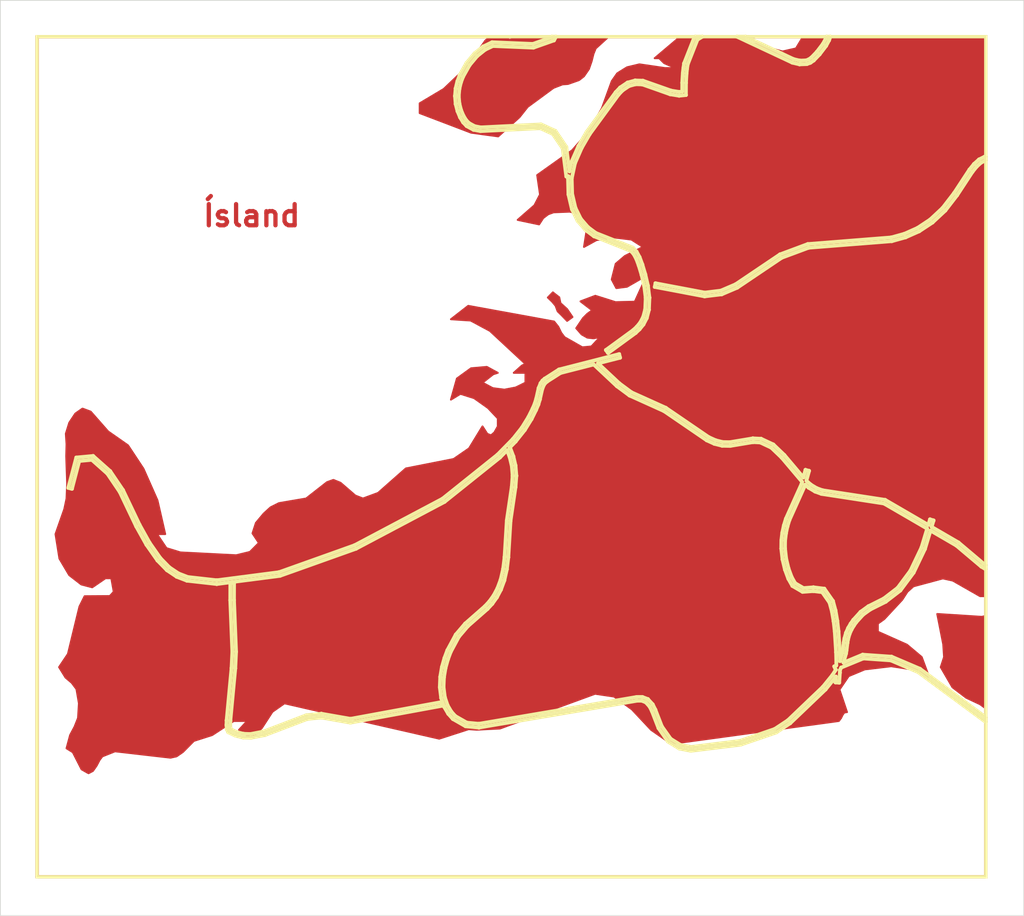
<source format=kicad_pcb>
(kicad_pcb (version 20211014) (generator pcbnew)
  (layers (0 "F.Cu" signal) (31 "B.Cu" signal) (34 "B.Paste" user) (35 "F.Paste" user) (36 "B.SilkS" user "B.Silkscreen") (37 "F.SilkS" user "F.Silkscreen") (38 "B.Mask" user) (39 "F.Mask" user) (44 "Edge.Cuts" user))
  (net 0 "")
  (gr_poly (pts (xy 173.692032 34.347924) (xy 173.797852 34.347924) (xy 173.797852 34.242091) (xy 173.692032 34.242091) (xy 173.692032 34.347924)) (layer "F.Cu") (width 0.264583) (fill solid))
  (gr_poly (pts (xy 173.692032 153.154541) (xy 39.485073 153.154541) (xy 39.485073 153.366203) (xy 173.692032 153.366203) (xy 173.692032 153.154541)) (layer "F.Cu") (width 0.264583) (fill solid))
  (gr_poly (pts (xy 39.485073 34.453757) (xy 173.692032 34.453757) (xy 173.692032 34.242091) (xy 39.485073 34.242091) (xy 39.485073 34.453757)) (layer "F.Cu") (width 0.264583) (fill solid))
  (gr_poly (pts (xy 173.692032 129.435974) (xy 173.692032 116.331421) (xy 173.124496 116.463707) (xy 166.82106 116.0597) (xy 167.666931 120.34462) (xy 167.785461 122.160454) (xy 167.317947 123.587624) (xy 168.973709 126.440353) (xy 170.919189 127.918312) (xy 172.874466 128.836151) (xy 173.692032 129.435974)) (layer "F.Cu") (width 0.264583) (fill solid))
  (gr_poly (pts (xy 120.34198 34.347924) (xy 118.512383 36.013714) (xy 118.196472 36.788705) (xy 117.93956 37.814257) (xy 117.554588 38.930746) (xy 116.850006 39.955873) (xy 116.162086 40.494908) (xy 114.592049 41.049105) (xy 113.821846 41.102234) (xy 112.547882 41.595629) (xy 108.884193 44.289483) (xy 107.738815 45.738262) (xy 104.717003 48.467836) (xy 100.885307 47.944782) (xy 93.607418 45.169408) (xy 93.607418 43.781166) (xy 97.004402 41.755013) (xy 100.233643 38.680132) (xy 102.926308 34.858623) (xy 103.734077 34.347924) (xy 105.598335 34.347924) (xy 106.408752 34.851003) (xy 106.877594 34.347924) (xy 120.34198 34.347924)) (layer "F.Cu") (width 0.264583) (fill solid))
  (gr_poly (pts (xy 39.485073 153.260368) (xy 39.379241 153.260368) (xy 39.379241 153.366203) (xy 39.485073 153.366203) (xy 39.485073 153.260368)) (layer "F.Cu") (width 0.264583) (fill solid))
  (gr_poly (pts (xy 173.586197 34.347924) (xy 173.586197 153.260368) (xy 173.797852 153.260368) (xy 173.797852 34.347924) (xy 173.586197 34.347924)) (layer "F.Cu") (width 0.264583) (fill solid))
  (gr_poly (pts (xy 173.692032 113.545624) (xy 173.692032 34.347924) (xy 147.845406 34.347924) (xy 146.833908 36.013714) (xy 144.941345 36.439217) (xy 137.122116 34.347924) (xy 130.710197 34.347924) (xy 130.125473 34.630605) (xy 126.847023 37.404073) (xy 127.488632 37.404073) (xy 128.189781 38.095297) (xy 129.799507 38.794035) (xy 128.291908 38.794035) (xy 124.694099 38.262408) (xy 122.936485 38.680132) (xy 121.553764 39.538255) (xy 120.783562 40.639159) (xy 119.391327 44.46395) (xy 117.613861 47.641516) (xy 115.184448 50.423132) (xy 110.227219 53.94532) (xy 110.62886 56.693281) (xy 109.841988 58.214108) (xy 107.468674 60.286854) (xy 110.503708 60.922117) (xy 111.083145 60.029678) (xy 111.797256 59.485167) (xy 112.557663 59.212645) (xy 114.822502 59.121893) (xy 116.428787 59.507654) (xy 117.350334 60.95228) (xy 116.850006 64.111935) (xy 118.620865 63.144619) (xy 121.109535 62.7742) (xy 123.55851 63.068947) (xy 125.18782 64.111935) (xy 122.630356 65.396484) (xy 121.333366 66.499535) (xy 120.773773 68.712242) (xy 121.425446 69.942822) (xy 122.936485 69.746502) (xy 125.740799 68.130688) (xy 124.039001 71.85973) (xy 122.399902 71.897301) (xy 121.31353 71.927723) (xy 118.453117 71.022057) (xy 116.356285 71.814484) (xy 118.015228 73.081837) (xy 117.317528 73.579784) (xy 116.715065 74.1833) (xy 115.750656 75.616016) (xy 116.514252 76.490726) (xy 117.327309 76.950577) (xy 118.193031 77.04847) (xy 119.114838 76.882576) (xy 117.900139 78.194115) (xy 116.61293 78.314766) (xy 114.098335 76.882576) (xy 113.630814 76.264511) (xy 113.219391 75.412552) (xy 112.626724 74.665897) (xy 100.470711 72.448162) (xy 98.028336 74.349194) (xy 100.816254 74.530167) (xy 103.541725 75.99305) (xy 108.568275 80.665325) (xy 108.064514 80.906357) (xy 106.915688 81.930828) (xy 108.568275 81.930828) (xy 108.568275 83.323856) (xy 107.195625 84.00119) (xy 105.595688 84.309963) (xy 103.959763 84.099087) (xy 102.495041 83.323856) (xy 104.019035 82.126621) (xy 104.657738 81.930828) (xy 103.110725 81.087334) (xy 100.875526 81.283127) (xy 98.871033 82.736485) (xy 98.028336 85.724953) (xy 99.377716 84.90448) (xy 101.309967 85.51408) (xy 103.262062 86.898643) (xy 104.657738 88.373165) (xy 104.657738 89.508755) (xy 104.17382 90.365746) (xy 103.703117 90.771877) (xy 103.176338 90.568943) (xy 102.495041 89.508755) (xy 100.595856 92.620789) (xy 98.403519 94.131294) (xy 91.648972 95.460823) (xy 87.718586 98.929779) (xy 85.579166 99.717705) (xy 84.506016 99.297546) (xy 82.409195 97.488327) (xy 81.39875 97.082985) (xy 80.49361 97.405777) (xy 77.540863 99.717705) (xy 73.699375 100.370689) (xy 72.514568 100.963364) (xy 71.536938 101.856331) (xy 70.437328 103.16893) (xy 69.956844 104.646103) (xy 70.85881 106.002884) (xy 69.591454 107.277115) (xy 67.645973 107.749138) (xy 59.752659 107.344582) (xy 57.784159 106.737633) (xy 56.454363 104.758545) (xy 57.612972 104.758545) (xy 56.516806 99.97303) (xy 54.538595 95.505798) (xy 52.349644 92.192425) (xy 49.535244 90.223133) (xy 47.076366 87.425426) (xy 45.907834 86.988869) (xy 44.893976 87.696095) (xy 44.034849 88.989906) (xy 43.550979 90.546188) (xy 43.649721 92.034737) (xy 43.603658 93.740501) (xy 43.735313 97.601036) (xy 43.649721 99.717705) (xy 43.333729 101.218689) (xy 42.089474 104.758545) (xy 42.642479 108.221153) (xy 44.02498 110.558205) (xy 45.736649 111.883774) (xy 47.290335 112.288063) (xy 49.159986 111.007736) (xy 49.98292 111.007736) (xy 50.325264 112.916702) (xy 49.772259 113.523132) (xy 46.207369 113.545624) (xy 45.473309 115.019882) (xy 43.847232 121.719666) (xy 42.593108 123.587624) (xy 43.511477 125.066376) (xy 44.380473 125.79821) (xy 45.051987 126.694092) (xy 45.400892 128.709427) (xy 45.275825 130.783493) (xy 44.785365 132.021736) (xy 44.156637 133.199928) (xy 43.649721 135.078476) (xy 44.545071 135.637535) (xy 45.776151 138.051598) (xy 46.760374 138.61013) (xy 47.392359 138.274902) (xy 47.905861 137.537514) (xy 48.330492 136.73291) (xy 48.718927 136.218826) (xy 50.51288 135.503387) (xy 58.343752 136.405098) (xy 59.21291 136.218826) (xy 60.121223 135.592819) (xy 61.668243 134.027542) (xy 64.259041 133.199928) (xy 67.300426 131.216087) (xy 69.206223 131.208672) (xy 68.051052 132.461739) (xy 69.788834 133.706879) (xy 71.28664 132.2006) (xy 72.774395 129.910629) (xy 74.47963 128.709427) (xy 96.372574 133.714279) (xy 100.529976 132.372314) (xy 101.668739 132.446663) (xy 104.973648 132.275215) (xy 118.423485 127.358459) (xy 121.109535 127.754005) (xy 123.62439 129.560059) (xy 126.343246 132.461739) (xy 129.2071 134.452469) (xy 152.907158 131.208672) (xy 153.216454 130.798576) (xy 153.43367 130.350891) (xy 153.677353 130.007729) (xy 154.062592 129.955612) (xy 152.996056 126.7687) (xy 154.296219 124.857353) (xy 156.567398 123.908821) (xy 160.31337 123.460617) (xy 163.973618 124.020744) (xy 165.659012 124.946785) (xy 164.628723 122.160454) (xy 162.545135 120.411819) (xy 158.427155 118.572708) (xy 158.427155 117.42865) (xy 159.338913 116.777771) (xy 161.873627 114.047005) (xy 162.604401 112.916702) (xy 163.463501 112.145706) (xy 167.620911 111.029968) (xy 169.032974 111.344551) (xy 172.88768 113.545624) (xy 173.692032 113.545624)) (layer "F.Cu") (width 0.264583) (fill solid))
  (gr_poly (pts (xy 145.399872 34.347924) (xy 145.451454 34.37216) (xy 145.494057 34.347924) (xy 145.399872 34.347924)) (layer "F.Cu") (width 0.264583) (fill solid))
  (gr_poly (pts (xy 39.590907 153.260368) (xy 39.590907 34.347924) (xy 39.379241 34.347924) (xy 39.379241 153.260368) (xy 39.590907 153.260368)) (layer "F.Cu") (width 0.264583) (fill solid))
  (gr_poly (pts (xy 39.485073 34.347924) (xy 39.485073 34.242091) (xy 39.379241 34.242091) (xy 39.379241 34.347924) (xy 39.485073 34.347924)) (layer "F.Cu") (width 0.264583) (fill solid))
  (gr_poly (pts (xy 113.354332 71.248539) (xy 113.52552 72.063454) (xy 114.460289 72.908535) (xy 115.223869 74.032486) (xy 114.466904 74.582817) (xy 113.637428 73.72319) (xy 113.123878 73.225243) (xy 112.830986 72.440754) (xy 112.373253 71.889893) (xy 111.734818 71.27103) (xy 112.449188 70.538929) (xy 113.354332 71.248539)) (layer "F.Cu") (width 0.264583) (fill solid))
  (gr_poly (pts (xy 173.692032 153.260368) (xy 173.692032 153.366203) (xy 173.797852 153.366203) (xy 173.797852 153.260368) (xy 173.692032 153.260368)) (layer "F.Cu") (width 0.264583) (fill solid))
  (gr_line (start 99.320038 45.768662) (end 99.758713 46.482826) (layer "F.SilkS") (width 0.529166))
  (gr_line (start 106.34922 93.889992) (end 106.34922 93.889992) (layer "F.SilkS") (width 0.529166))
  (gr_line (start 144.931549 108.323807) (end 145.279747 109.784836) (layer "F.SilkS") (width 0.529166))
  (gr_line (start 110.611664 85.707489) (end 110.611664 85.707489) (layer "F.SilkS") (width 0.529166))
  (gr_line (start 106.460083 102.877098) (end 106.460083 102.877098) (layer "F.SilkS") (width 0.529166))
  (gr_line (start 110.390732 86.436153) (end 110.611664 85.707489) (layer "F.SilkS") (width 0.529166))
  (gr_line (start 43.904859 98.216721) (end 43.904859 98.216721) (layer "F.SilkS") (width 0.529166))
  (gr_line (start 146.503441 37.528877) (end 146.503441 37.528877) (layer "F.SilkS") (width 0.529166))
  (gr_line (start 126.863419 69.77137) (end 126.962112 69.251465) (layer "F.SilkS") (width 0.529166))
  (gr_line (start 124.72744 65.570843) (end 124.300407 64.790062) (layer "F.SilkS") (width 0.529166))
  (gr_line (start 172.411972 52.732443) (end 171.80423 53.484997) (layer "F.SilkS") (width 0.529166))
  (gr_line (start 112.447601 48.110119) (end 112.447601 48.110119) (layer "F.SilkS") (width 0.529166))
  (gr_line (start 97.265549 123.697418) (end 97.265549 123.697418) (layer "F.SilkS") (width 0.529166))
  (gr_line (start 145.904427 102.779724) (end 148.149948 97.783867) (layer "F.SilkS") (width 0.529166))
  (gr_line (start 132.903862 34.766548) (end 132.903862 34.766548) (layer "F.SilkS") (width 0.529166))
  (gr_line (start 100.669403 38.380888) (end 101.742561 37.099511) (layer "F.SilkS") (width 0.529166))
  (gr_line (start 130.513618 134.599846) (end 129.112381 133.73201) (layer "F.SilkS") (width 0.529166))
  (gr_line (start 124.815552 74.799248) (end 124.815552 74.799248) (layer "F.SilkS") (width 0.529166))
  (gr_poly (pts (xy 39.590907 153.260368) (xy 39.590907 34.347924) (xy 39.379241 34.347924) (xy 39.379241 153.260368) (xy 39.590907 153.260368)) (layer "F.SilkS") (width 0.264583) (fill solid))
  (gr_line (start 125.000763 128.334503) (end 125.583633 128.557556) (layer "F.SilkS") (width 0.529166))
  (gr_line (start 104.966248 93.910892) (end 105.973251 92.885105) (layer "F.SilkS") (width 0.529166))
  (gr_line (start 110.077194 87.179897) (end 110.077194 87.179897) (layer "F.SilkS") (width 0.529166))
  (gr_line (start 145.633499 103.675079) (end 145.904427 102.779724) (layer "F.SilkS") (width 0.529166))
  (gr_line (start 144.054459 132.825539) (end 146.019249 131.530144) (layer "F.SilkS") (width 0.529166))
  (gr_line (start 151.585823 114.451027) (end 151.585823 114.451027) (layer "F.SilkS") (width 0.529166))
  (gr_line (start 147.650681 97.60421) (end 147.650681 97.60421) (layer "F.SilkS") (width 0.529166))
  (gr_line (start 126.11042 71.292988) (end 126.11042 71.292988) (layer "F.SilkS") (width 0.529166))
  (gr_line (start 143.641441 92.073627) (end 143.641441 92.073627) (layer "F.SilkS") (width 0.529166))
  (gr_line (start 127.396027 132.225471) (end 128.7425 134.125702) (layer "F.SilkS") (width 0.529166))
  (gr_line (start 66.820736 111.654121) (end 66.820736 111.654121) (layer "F.SilkS") (width 0.529166))
  (gr_line (start 103.19989 115.351929) (end 103.19989 115.351929) (layer "F.SilkS") (width 0.529166))
  (gr_line (start 98.69986 43.890915) (end 98.69986 43.890915) (layer "F.SilkS") (width 0.529166))
  (gr_line (start 149.534508 98.730278) (end 149.534508 98.730278) (layer "F.SilkS") (width 0.529166))
  (gr_line (start 165.401566 103.981728) (end 165.401566 103.981728) (layer "F.SilkS") (width 0.529166))
  (gr_line (start 59.488075 110.323792) (end 59.488075 110.323792) (layer "F.SilkS") (width 0.529166))
  (gr_line (start 147.339264 38.269551) (end 147.339264 38.269551) (layer "F.SilkS") (width 0.529166))
  (gr_line (start 126.945183 129.60186) (end 126.945183 129.60186) (layer "F.SilkS") (width 0.529166))
  (gr_line (start 99.745491 40.024109) (end 99.745491 40.024109) (layer "F.SilkS") (width 0.529166))
  (gr_line (start 66.92128 132.40036) (end 66.838463 132.229706) (layer "F.SilkS") (width 0.529166))
  (gr_line (start 97.04277 125.013718) (end 97.265549 123.697418) (layer "F.SilkS") (width 0.529166))
  (gr_line (start 118.520317 62.134968) (end 117.424942 61.316347) (layer "F.SilkS") (width 0.529166))
  (gr_line (start 144.815933 65.643871) (end 144.815933 65.643871) (layer "F.SilkS") (width 0.529166))
  (gr_line (start 150.629623 126.38929) (end 150.629623 126.38929) (layer "F.SilkS") (width 0.529166))
  (gr_line (start 66.526787 132.799088) (end 67.569508 133.292534) (layer "F.SilkS") (width 0.529166))
  (gr_line (start 146.720665 111.705185) (end 146.720665 111.705185) (layer "F.SilkS") (width 0.529166))
  (gr_line (start 104.612228 112.419296) (end 104.612228 112.419296) (layer "F.SilkS") (width 0.529166))
  (gr_line (start 139.720581 34.347924) (end 138.474129 34.347924) (layer "F.SilkS") (width 0.529166))
  (gr_poly (pts (xy 173.692032 34.347924) (xy 173.797852 34.347924) (xy 173.797852 34.242091) (xy 173.692032 34.242091) (xy 173.692032 34.347924)) (layer "F.SilkS") (width 0.264583) (fill solid))
  (gr_line (start 154.697327 118.269226) (end 155.023819 117.714928) (layer "F.SilkS") (width 0.529166))
  (gr_line (start 148.149948 97.783867) (end 148.154709 97.766937) (layer "F.SilkS") (width 0.529166))
  (gr_line (start 171.80423 53.484997) (end 171.80423 53.484997) (layer "F.SilkS") (width 0.529166))
  (gr_line (start 147.903351 112.395477) (end 147.903351 112.395477) (layer "F.SilkS") (width 0.529166))
  (gr_line (start 99.223457 43.802042) (end 99.223457 43.802042) (layer "F.SilkS") (width 0.529166))
  (gr_line (start 99.441208 40.829422) (end 99.441208 40.829422) (layer "F.SilkS") (width 0.529166))
  (gr_line (start 152.545471 122.912407) (end 152.545471 122.912407) (layer "F.SilkS") (width 0.529166))
  (gr_line (start 125.889488 128.108025) (end 125.097328 127.80481) (layer "F.SilkS") (width 0.529166))
  (gr_line (start 102.596642 35.73876) (end 101.370819 36.719252) (layer "F.SilkS") (width 0.529166))
  (gr_line (start 106.755089 96.503548) (end 106.638939 98.038658) (layer "F.SilkS") (width 0.529166))
  (gr_line (start 163.486786 110.205528) (end 165.084869 106.859604) (layer "F.SilkS") (width 0.529166))
  (gr_line (start 110.436501 84.075012) (end 110.099693 85.572548) (layer "F.SilkS") (width 0.529166))
  (gr_line (start 127.865662 131.973061) (end 126.945183 129.60186) (layer "F.SilkS") (width 0.529166))
  (gr_line (start 124.321304 75.406731) (end 124.321304 75.406731) (layer "F.SilkS") (width 0.529166))
  (gr_line (start 129.162384 41.985175) (end 129.162384 41.985175) (layer "F.SilkS") (width 0.529166))
  (gr_line (start 154.578003 117.428909) (end 154.578003 117.428909) (layer "F.SilkS") (width 0.529166))
  (gr_line (start 152.454185 123.967819) (end 152.479851 123.957245) (layer "F.SilkS") (width 0.529166))
  (gr_line (start 67.522675 123.758537) (end 67.634594 121.405602) (layer "F.SilkS") (width 0.529166))
  (gr_line (start 157.351097 115.426285) (end 159.533905 114.331703) (layer "F.SilkS") (width 0.529166))
  (gr_line (start 143.641441 92.073627) (end 141.904984 91.262943) (layer "F.SilkS") (width 0.529166))
  (gr_line (start 169.826736 105.941757) (end 169.826736 105.941757) (layer "F.SilkS") (width 0.529166))
  (gr_line (start 150.655815 35.363713) (end 150.655815 35.363713) (layer "F.SilkS") (width 0.529166))
  (gr_line (start 67.349903 111.655968) (end 67.349903 111.655968) (layer "F.SilkS") (width 0.529166))
  (gr_line (start 104.612228 112.419296) (end 104.070625 113.44191) (layer "F.SilkS") (width 0.529166))
  (gr_line (start 115.953598 60.42285) (end 115.953598 60.42285) (layer "F.SilkS") (width 0.529166))
  (gr_line (start 100.180725 46.159056) (end 100.180725 46.159056) (layer "F.SilkS") (width 0.529166))
  (gr_line (start 105.619499 107.998901) (end 105.420006 109.643806) (layer "F.SilkS") (width 0.529166))
  (gr_line (start 151.14476 34.347924) (end 151.039726 34.649972) (layer "F.SilkS") (width 0.529166))
  (gr_line (start 150.191467 36.847126) (end 151.101906 35.651129) (layer "F.SilkS") (width 0.529166))
  (gr_line (start 173.031616 52.174543) (end 173.031616 52.174543) (layer "F.SilkS") (width 0.529166))
  (gr_line (start 123.817543 75.879013) (end 119.950394 78.702114) (layer "F.SilkS") (width 0.529166))
  (gr_line (start 160.311523 62.769436) (end 160.311523 62.769436) (layer "F.SilkS") (width 0.529166))
  (gr_line (start 144.57225 65.170002) (end 148.509247 63.703152) (layer "F.SilkS") (width 0.529166))
  (gr_line (start 161.602676 112.739174) (end 163.486786 110.205528) (layer "F.SilkS") (width 0.529166))
  (gr_line (start 108.476204 90.022316) (end 108.476204 90.022316) (layer "F.SilkS") (width 0.529166))
  (gr_line (start 124.153557 41.081437) (end 125.088074 41.107975) (layer "F.SilkS") (width 0.529166))
  (gr_line (start 148.154709 97.766937) (end 148.154709 97.766937) (layer "F.SilkS") (width 0.529166))
  (gr_line (start 105.942291 109.734566) (end 106.14682 108.046791) (layer "F.SilkS") (width 0.529166))
  (gr_line (start 146.328552 38.031322) (end 146.328552 38.031322) (layer "F.SilkS") (width 0.529166))
  (gr_line (start 163.486786 110.205528) (end 163.486786 110.205528) (layer "F.SilkS") (width 0.529166))
  (gr_line (start 153.59877 120.065483) (end 153.478394 121.072754) (layer "F.SilkS") (width 0.529166))
  (gr_line (start 149.763641 98.250587) (end 148.952431 97.763496) (layer "F.SilkS") (width 0.529166))
  (gr_line (start 115.176514 56.591681) (end 115.176514 56.591681) (layer "F.SilkS") (width 0.529166))
  (gr_line (start 125.100769 66.575203) (end 125.100769 66.575203) (layer "F.SilkS") (width 0.529166))
  (gr_line (start 145.422882 104.651123) (end 145.422882 104.651123) (layer "F.SilkS") (width 0.529166))
  (gr_line (start 134.485809 91.026409) (end 134.485809 91.026409) (layer "F.SilkS") (width 0.529166))
  (gr_line (start 99.223457 43.802042) (end 99.133499 42.751355) (layer "F.SilkS") (width 0.529166))
  (gr_line (start 117.655136 48.151739) (end 117.655136 48.151739) (layer "F.SilkS") (width 0.529166))
  (gr_line (start 99.221077 41.750701) (end 99.441208 40.829422) (layer "F.SilkS") (width 0.529166))
  (gr_line (start 148.883102 38.042936) (end 148.883102 38.042936) (layer "F.SilkS") (width 0.529166))
  (gr_line (start 152.512131 121.475182) (end 152.545471 122.912407) (layer "F.SilkS") (width 0.529166))
  (gr_line (start 51.181643 98.79007) (end 51.181643 98.79007) (layer "F.SilkS") (width 0.529166))
  (gr_line (start 124.363113 128.337944) (end 125.000763 128.334503) (layer "F.SilkS") (width 0.529166))
  (gr_line (start 96.649864 127.963036) (end 96.649864 127.963036) (layer "F.SilkS") (width 0.529166))
  (gr_line (start 145.196671 93.564819) (end 145.196671 93.564819) (layer "F.SilkS") (width 0.529166))
  (gr_line (start 152.454185 123.967819) (end 152.454185 123.967819) (layer "F.SilkS") (width 0.529166))
  (gr_line (start 125.088074 41.107975) (end 125.088074 41.107975) (layer "F.SilkS") (width 0.529166))
  (gr_line (start 112.292557 34.347924) (end 112.236732 34.448096) (layer "F.SilkS") (width 0.529166))
  (gr_poly (pts (xy 173.692032 153.260368) (xy 173.692032 153.366203) (xy 173.797852 153.366203) (xy 173.797852 153.260368) (xy 173.692032 153.260368)) (layer "F.SilkS") (width 0.264583) (fill solid))
  (gr_line (start 115.137886 58.757032) (end 115.137886 58.757032) (layer "F.SilkS") (width 0.529166))
  (gr_line (start 173.692032 51.860985) (end 173.656845 51.863762) (layer "F.SilkS") (width 0.529166))
  (gr_line (start 68.704834 133.020805) (end 68.704834 133.020805) (layer "F.SilkS") (width 0.529166))
  (gr_line (start 105.973251 92.885105) (end 105.973251 92.885105) (layer "F.SilkS") (width 0.529166))
  (gr_line (start 109.613922 35.376597) (end 109.613922 35.376597) (layer "F.SilkS") (width 0.529166))
  (gr_line (start 125.097328 127.80481) (end 125.097328 127.80481) (layer "F.SilkS") (width 0.529166))
  (gr_line (start 167.572754 58.601986) (end 169.199387 56.492727) (layer "F.SilkS") (width 0.529166))
  (gr_line (start 113.839836 50.157492) (end 114.349426 54.134417) (layer "F.SilkS") (width 0.529166))
  (gr_line (start 160.367615 122.106476) (end 160.367615 122.106476) (layer "F.SilkS") (width 0.529166))
  (gr_line (start 116.064453 49.835201) (end 115.064865 52.117817) (layer "F.SilkS") (width 0.529166))
  (gr_line (start 127.396027 132.225471) (end 127.396027 132.225471) (layer "F.SilkS") (width 0.529166))
  (gr_line (start 163.031433 109.930885) (end 161.221954 112.364525) (layer "F.SilkS") (width 0.529166))
  (gr_line (start 124.598854 66.743744) (end 125.008163 68.10714) (layer "F.SilkS") (width 0.529166))
  (gr_line (start 124.815552 74.799248) (end 124.321304 75.406731) (layer "F.SilkS") (width 0.529166))
  (gr_line (start 143.819252 132.346916) (end 143.819252 132.346916) (layer "F.SilkS") (width 0.529166))
  (gr_line (start 104.610649 93.517723) (end 96.832161 99.750511) (layer "F.SilkS") (width 0.529166))
  (gr_line (start 105.942291 109.734566) (end 105.942291 109.734566) (layer "F.SilkS") (width 0.529166))
  (gr_line (start 136.472557 91.726494) (end 136.472557 91.726494) (layer "F.SilkS") (width 0.529166))
  (gr_line (start 54.953619 106.262436) (end 56.514687 108.490234) (layer "F.SilkS") (width 0.529166))
  (gr_line (start 152.856094 118.530907) (end 152.856094 118.530907) (layer "F.SilkS") (width 0.529166))
  (gr_line (start 169.520874 106.375946) (end 173.047775 109.355415) (layer "F.SilkS") (width 0.529166))
  (gr_line (start 140.76992 91.736282) (end 140.76992 91.736282) (layer "F.SilkS") (width 0.529166))
  (gr_line (start 79.685043 130.712059) (end 79.685043 130.712059) (layer "F.SilkS") (width 0.529166))
  (gr_line (start 173.692032 51.330177) (end 173.692032 51.330177) (layer "F.SilkS") (width 0.529166))
  (gr_line (start 125.088074 41.107975) (end 129.030357 42.49971) (layer "F.SilkS") (width 0.529166))
  (gr_line (start 110.611664 85.707489) (end 110.943184 84.233498) (layer "F.SilkS") (width 0.529166))
  (gr_line (start 100.269104 131.441772) (end 100.269104 131.441772) (layer "F.SilkS") (width 0.529166))
  (gr_line (start 128.162262 87.34182) (end 128.162262 87.34182) (layer "F.SilkS") (width 0.529166))
  (gr_line (start 47.409767 93.694996) (end 47.409767 93.694996) (layer "F.SilkS") (width 0.529166))
  (gr_line (start 169.199387 56.492727) (end 171.376129 53.172895) (layer "F.SilkS") (width 0.529166))
  (gr_line (start 151.704887 34.347924) (end 151.704887 34.347924) (layer "F.SilkS") (width 0.529166))
  (gr_line (start 136.402184 92.254604) (end 136.402184 92.254604) (layer "F.SilkS") (width 0.529166))
  (gr_line (start 99.320038 45.768662) (end 99.320038 45.768662) (layer "F.SilkS") (width 0.529166))
  (gr_line (start 132.903862 34.766548) (end 133.604744 34.347924) (layer "F.SilkS") (width 0.529166))
  (gr_line (start 67.569508 133.292534) (end 67.569508 133.292534) (layer "F.SilkS") (width 0.529166))
  (gr_line (start 148.184341 95.661911) (end 147.886154 96.746964) (layer "F.SilkS") (width 0.529166))
  (gr_line (start 126.134491 129.15921) (end 126.460464 129.815651) (layer "F.SilkS") (width 0.529166))
  (gr_line (start 114.349426 54.134417) (end 114.64576 54.096449) (layer "F.SilkS") (width 0.529166))
  (gr_line (start 156.332443 116.160233) (end 156.332443 116.160233) (layer "F.SilkS") (width 0.529166))
  (gr_line (start 153.057701 124.015709) (end 153.057701 124.015709) (layer "F.SilkS") (width 0.529166))
  (gr_line (start 124.598854 66.743744) (end 124.598854 66.743744) (layer "F.SilkS") (width 0.529166))
  (gr_line (start 149.295593 112.820137) (end 150.551041 112.974388) (layer "F.SilkS") (width 0.529166))
  (gr_line (start 113.522865 81.952785) (end 118.228752 80.746284) (layer "F.SilkS") (width 0.529166))
  (gr_line (start 99.151237 119.283646) (end 99.151237 119.283646) (layer "F.SilkS") (width 0.529166))
  (gr_line (start 164.122574 124.287437) (end 173.692032 131.353668) (layer "F.SilkS") (width 0.529166))
  (gr_line (start 151.039726 34.649972) (end 151.039726 34.649972) (layer "F.SilkS") (width 0.529166))
  (gr_line (start 131.279053 40.889561) (end 131.279053 40.889561) (layer "F.SilkS") (width 0.529166))
  (gr_line (start 106.755089 96.503548) (end 106.755089 96.503548) (layer "F.SilkS") (width 0.529166))
  (gr_line (start 152.435928 115.570213) (end 152.435928 115.570213) (layer "F.SilkS") (width 0.529166))
  (gr_line (start 153.232857 123.646889) (end 156.36261 122.35704) (layer "F.SilkS") (width 0.529166))
  (gr_line (start 147.650681 97.60421) (end 145.407806 102.593994) (layer "F.SilkS") (width 0.529166))
  (gr_line (start 97.123993 100.194748) (end 104.966248 93.910892) (layer "F.SilkS") (width 0.529166))
  (gr_line (start 106.323814 92.528446) (end 107.188477 91.647648) (layer "F.SilkS") (width 0.529166))
  (gr_line (start 128.422615 86.878799) (end 128.422615 86.878799) (layer "F.SilkS") (width 0.529166))
  (gr_line (start 146.720665 111.705185) (end 146.235153 110.845024) (layer "F.SilkS") (width 0.529166))
  (gr_line (start 64.900658 111.29084) (end 60.808083 110.832321) (layer "F.SilkS") (width 0.529166))
  (gr_line (start 150.84922 112.478027) (end 150.84922 112.478027) (layer "F.SilkS") (width 0.529166))
  (gr_line (start 101.742561 37.099511) (end 102.879478 36.190112) (layer "F.SilkS") (width 0.529166))
  (gr_line (start 138.996162 134.562004) (end 144.054459 132.825539) (layer "F.SilkS") (width 0.529166))
  (gr_line (start 103.469231 114.281433) (end 102.830002 114.972519) (layer "F.SilkS") (width 0.529166))
  (gr_line (start 67.634594 121.405602) (end 67.634594 121.405602) (layer "F.SilkS") (width 0.529166))
  (gr_line (start 152.484612 124.92086) (end 152.42852 125.75032) (layer "F.SilkS") (width 0.529166))
  (gr_line (start 66.838463 132.229706) (end 66.80592 131.757156) (layer "F.SilkS") (width 0.529166))
  (gr_line (start 109.694084 35.909548) (end 109.694084 35.909548) (layer "F.SilkS") (width 0.529166))
  (gr_line (start 148.154709 97.766937) (end 148.63916 98.192642) (layer "F.SilkS") (width 0.529166))
  (gr_line (start 135.302574 91.978374) (end 136.402184 92.254604) (layer "F.SilkS") (width 0.529166))
  (gr_line (start 98.697472 41.665664) (end 98.697472 41.665664) (layer "F.SilkS") (width 0.529166))
  (gr_line (start 49.833061 95.852409) (end 49.833061 95.852409) (layer "F.SilkS") (width 0.529166))
  (gr_line (start 121.746918 42.546885) (end 121.746918 42.546885) (layer "F.SilkS") (width 0.529166))
  (gr_line (start 145.279747 109.784836) (end 145.753357 111.068329) (layer "F.SilkS") (width 0.529166))
  (gr_line (start 66.812538 114.108398) (end 67.1049 121.403748) (layer "F.SilkS") (width 0.529166))
  (gr_line (start 164.387161 123.824951) (end 164.387161 123.824951) (layer "F.SilkS") (width 0.529166))
  (gr_line (start 114.790482 53.413296) (end 114.348633 49.964638) (layer "F.SilkS") (width 0.529166))
  (gr_line (start 145.299324 105.689354) (end 145.422882 104.651123) (layer "F.SilkS") (width 0.529166))
  (gr_line (start 53.513149 103.678253) (end 54.953619 106.262436) (layer "F.SilkS") (width 0.529166))
  (gr_line (start 102.224899 47.719437) (end 110.669334 47.304729) (layer "F.SilkS") (width 0.529166))
  (gr_line (start 173.047775 109.355415) (end 173.047775 109.355415) (layer "F.SilkS") (width 0.529166))
  (gr_line (start 108.977333 88.207802) (end 108.977333 88.207802) (layer "F.SilkS") (width 0.529166))
  (gr_line (start 145.287148 106.779701) (end 145.299324 105.689354) (layer "F.SilkS") (width 0.529166))
  (gr_line (start 55.402618 105.981186) (end 55.402618 105.981186) (layer "F.SilkS") (width 0.529166))
  (gr_line (start 115.064865 52.117817) (end 114.790482 53.413296) (layer "F.SilkS") (width 0.529166))
  (gr_line (start 152.479851 123.957245) (end 152.479851 123.957245) (layer "F.SilkS") (width 0.529166))
  (gr_line (start 173.692032 109.123642) (end 173.692032 109.123642) (layer "F.SilkS") (width 0.529166))
  (gr_line (start 99.26474 39.799637) (end 99.26474 39.799637) (layer "F.SilkS") (width 0.529166))
  (gr_line (start 171.376129 53.172895) (end 171.376129 53.172895) (layer "F.SilkS") (width 0.529166))
  (gr_line (start 71.588528 132.683197) (end 71.588528 132.683197) (layer "F.SilkS") (width 0.529166))
  (gr_line (start 149.351425 37.719774) (end 150.191467 36.847126) (layer "F.SilkS") (width 0.529166))
  (gr_line (start 121.827873 79.277584) (end 121.827873 79.277584) (layer "F.SilkS") (width 0.529166))
  (gr_line (start 156.275566 121.820465) (end 156.275566 121.820465) (layer "F.SilkS") (width 0.529166))
  (gr_line (start 79.703827 130.178123) (end 77.56229 130.401436) (layer "F.SilkS") (width 0.529166))
  (gr_line (start 164.589828 106.668045) (end 164.589828 106.668045) (layer "F.SilkS") (width 0.529166))
  (gr_line (start 66.299244 131.126656) (end 66.299244 131.126656) (layer "F.SilkS") (width 0.529166))
  (gr_line (start 97.603683 122.487221) (end 97.603683 122.487221) (layer "F.SilkS") (width 0.529166))
  (gr_line (start 97.168182 127.843704) (end 97.168182 127.843704) (layer "F.SilkS") (width 0.529166))
  (gr_line (start 153.914948 118.731194) (end 153.682915 119.558014) (layer "F.SilkS") (width 0.529166))
  (gr_line (start 105.420006 109.643806) (end 105.071289 111.181305) (layer "F.SilkS") (width 0.529166))
  (gr_line (start 66.526787 132.799088) (end 66.526787 132.799088) (layer "F.SilkS") (width 0.529166))
  (gr_line (start 60.808083 110.832321) (end 59.488075 110.323792) (layer "F.SilkS") (width 0.529166))
  (gr_line (start 124.321304 75.406731) (end 123.817543 75.879013) (layer "F.SilkS") (width 0.529166))
  (gr_line (start 96.986671 126.40226) (end 96.986671 126.40226) (layer "F.SilkS") (width 0.529166))
  (gr_line (start 131.433304 38.879072) (end 131.433304 38.879072) (layer "F.SilkS") (width 0.529166))
  (gr_line (start 144.757462 106.806953) (end 144.931549 108.323807) (layer "F.SilkS") (width 0.529166))
  (gr_line (start 149.308029 112.288582) (end 147.903351 112.395477) (layer "F.SilkS") (width 0.529166))
  (gr_line (start 67.569508 133.292534) (end 68.633133 133.547859) (layer "F.SilkS") (width 0.529166))
  (gr_line (start 107.165199 98.097397) (end 107.165199 98.097397) (layer "F.SilkS") (width 0.529166))
  (gr_line (start 164.122574 124.287437) (end 164.122574 124.287437) (layer "F.SilkS") (width 0.529166))
  (gr_line (start 106.14682 108.046791) (end 106.14682 108.046791) (layer "F.SilkS") (width 0.529166))
  (gr_line (start 154.697327 118.269226) (end 154.697327 118.269226) (layer "F.SilkS") (width 0.529166))
  (gr_line (start 159.251328 113.881386) (end 159.251328 113.881386) (layer "F.SilkS") (width 0.529166))
  (gr_line (start 173.692032 109.739586) (end 173.692032 109.123642) (layer "F.SilkS") (width 0.529166))
  (gr_line (start 114.349426 54.134417) (end 114.349426 54.134417) (layer "F.SilkS") (width 0.529166))
  (gr_line (start 109.613922 35.376597) (end 103.854996 35.138499) (layer "F.SilkS") (width 0.529166))
  (gr_line (start 60.68161 111.350639) (end 60.68161 111.350639) (layer "F.SilkS") (width 0.529166))
  (gr_line (start 117.211426 47.861994) (end 116.064453 49.835201) (layer "F.SilkS") (width 0.529166))
  (gr_line (start 123.566185 84.685402) (end 121.84375 83.410904) (layer "F.SilkS") (width 0.529166))
  (gr_line (start 161.602676 112.739174) (end 161.602676 112.739174) (layer "F.SilkS") (width 0.529166))
  (gr_line (start 172.731323 51.732901) (end 173.513168 51.34428) (layer "F.SilkS") (width 0.529166))
  (gr_line (start 99.745491 40.024109) (end 100.669403 38.380888) (layer "F.SilkS") (width 0.529166))
  (gr_line (start 165.084869 106.859604) (end 165.084869 106.859604) (layer "F.SilkS") (width 0.529166))
  (gr_line (start 148.883102 38.042936) (end 149.351425 37.719774) (layer "F.SilkS") (width 0.529166))
  (gr_line (start 105.933296 102.822327) (end 105.619499 107.998901) (layer "F.SilkS") (width 0.529166))
  (gr_line (start 67.349903 111.655968) (end 66.820736 111.654121) (layer "F.SilkS") (width 0.529166))
  (gr_line (start 173.513168 51.34428) (end 173.513168 51.34428) (layer "F.SilkS") (width 0.529166))
  (gr_line (start 114.64576 54.096449) (end 114.64576 54.096449) (layer "F.SilkS") (width 0.529166))
  (gr_line (start 109.595924 86.959763) (end 108.977333 88.207802) (layer "F.SilkS") (width 0.529166))
  (gr_line (start 83.809631 130.901756) (end 83.809631 130.901756) (layer "F.SilkS") (width 0.529166))
  (gr_line (start 165.798965 102.667282) (end 165.798965 102.667282) (layer "F.SilkS") (width 0.529166))
  (gr_line (start 130.83297 39.490393) (end 130.83297 39.490393) (layer "F.SilkS") (width 0.529166))
  (gr_line (start 51.642176 98.52655) (end 51.642176 98.52655) (layer "F.SilkS") (width 0.529166))
  (gr_line (start 152.072395 114.223488) (end 150.84922 112.478027) (layer "F.SilkS") (width 0.529166))
  (gr_line (start 117.062195 61.705812) (end 117.062195 61.705812) (layer "F.SilkS") (width 0.529166))
  (gr_line (start 125.374352 69.6703) (end 125.579933 71.314949) (layer "F.SilkS") (width 0.529166))
  (gr_line (start 134.225189 91.489162) (end 135.302574 91.978374) (layer "F.SilkS") (width 0.529166))
  (gr_line (start 127.865662 131.973061) (end 127.865662 131.973061) (layer "F.SilkS") (width 0.529166))
  (gr_line (start 109.440605 88.464977) (end 110.077194 87.179897) (layer "F.SilkS") (width 0.529166))
  (gr_line (start 110.716705 83.384449) (end 110.436501 84.075012) (layer "F.SilkS") (width 0.529166))
  (gr_line (start 161.221954 112.364525) (end 159.251328 113.881386) (layer "F.SilkS") (width 0.529166))
  (gr_line (start 112.236732 34.448096) (end 112.236732 34.448096) (layer "F.SilkS") (width 0.529166))
  (gr_line (start 53.983526 103.435097) (end 51.642176 98.52655) (layer "F.SilkS") (width 0.529166))
  (gr_line (start 96.671555 128.535324) (end 83.809631 130.901756) (layer "F.SilkS") (width 0.529166))
  (gr_line (start 141.904984 91.262943) (end 140.739227 91.205002) (layer "F.SilkS") (width 0.529166))
  (gr_line (start 79.685043 130.712059) (end 83.811749 131.439392) (layer "F.SilkS") (width 0.529166))
  (gr_line (start 126.134491 129.15921) (end 126.134491 129.15921) (layer "F.SilkS") (width 0.529166))
  (gr_line (start 136.338417 70.814888) (end 133.91748 71.109104) (layer "F.SilkS") (width 0.529166))
  (gr_line (start 97.123993 100.194748) (end 97.123993 100.194748) (layer "F.SilkS") (width 0.529166))
  (gr_line (start 121.965721 41.551099) (end 121.339981 42.206737) (layer "F.SilkS") (width 0.529166))
  (gr_line (start 114.648941 56.659416) (end 114.648941 56.659416) (layer "F.SilkS") (width 0.529166))
  (gr_line (start 147.886154 96.746964) (end 147.886154 96.746964) (layer "F.SilkS") (width 0.529166))
  (gr_line (start 145.422882 104.651123) (end 145.633499 103.675079) (layer "F.SilkS") (width 0.529166))
  (gr_line (start 151.525764 34.863518) (end 151.525764 34.863518) (layer "F.SilkS") (width 0.529166))
  (gr_line (start 66.827614 131.161049) (end 67.522675 123.758537) (layer "F.SilkS") (width 0.529166))
  (gr_line (start 148.63916 98.192642) (end 149.534508 98.730278) (layer "F.SilkS") (width 0.529166))
  (gr_line (start 111.604904 83.182304) (end 111.604904 83.182304) (layer "F.SilkS") (width 0.529166))
  (gr_line (start 118.259964 62.600899) (end 118.259964 62.600899) (layer "F.SilkS") (width 0.529166))
  (gr_line (start 173.356262 108.923355) (end 173.356262 108.923355) (layer "F.SilkS") (width 0.529166))
  (gr_line (start 124.089272 40.550234) (end 124.089272 40.550234) (layer "F.SilkS") (width 0.529166))
  (gr_line (start 100.180725 46.159056) (end 99.792847 45.527231) (layer "F.SilkS") (width 0.529166))
  (gr_line (start 149.78904 36.502188) (end 149.78904 36.502188) (layer "F.SilkS") (width 0.529166))
  (gr_line (start 156.36261 122.35704) (end 156.36261 122.35704) (layer "F.SilkS") (width 0.529166))
  (gr_line (start 126.11042 71.292988) (end 125.895844 69.5769) (layer "F.SilkS") (width 0.529166))
  (gr_line (start 98.69986 43.890915) (end 98.957031 44.894665) (layer "F.SilkS") (width 0.529166))
  (gr_line (start 153.052147 124.368134) (end 153.052147 124.368134) (layer "F.SilkS") (width 0.529166))
  (gr_line (start 145.687996 131.114746) (end 145.687996 131.114746) (layer "F.SilkS") (width 0.529166))
  (gr_line (start 153.052147 124.368134) (end 153.057701 124.015709) (layer "F.SilkS") (width 0.529166))
  (gr_line (start 125.097328 127.80481) (end 124.317078 127.809044) (layer "F.SilkS") (width 0.529166))
  (gr_line (start 152.42852 125.75032) (end 152.956367 125.786041) (layer "F.SilkS") (width 0.529166))
  (gr_line (start 110.943184 84.233498) (end 111.181839 83.645061) (layer "F.SilkS") (width 0.529166))
  (gr_line (start 73.710487 110.149429) (end 73.710487 110.149429) (layer "F.SilkS") (width 0.529166))
  (gr_line (start 102.879478 36.190112) (end 103.964531 35.67264) (layer "F.SilkS") (width 0.529166))
  (gr_line (start 156.36261 122.35704) (end 160.241409 122.627975) (layer "F.SilkS") (width 0.529166))
  (gr_line (start 121.827873 79.277584) (end 113.309082 81.461456) (layer "F.SilkS") (width 0.529166))
  (gr_line (start 111.604904 83.182304) (end 111.604904 83.182304) (layer "F.SilkS") (width 0.529166))
  (gr_line (start 150.587822 98.551949) (end 149.763641 98.250587) (layer "F.SilkS") (width 0.529166))
  (gr_line (start 49.43182 96.203773) (end 51.181643 98.79007) (layer "F.SilkS") (width 0.529166))
  (gr_line (start 147.716293 97.365562) (end 147.650681 97.60421) (layer "F.SilkS") (width 0.529166))
  (gr_line (start 148.263977 37.707206) (end 147.39138 37.738189) (layer "F.SilkS") (width 0.529166))
  (gr_line (start 121.959114 79.790081) (end 121.827873 79.277584) (layer "F.SilkS") (width 0.529166))
  (gr_line (start 105.579544 111.332382) (end 105.942291 109.734566) (layer "F.SilkS") (width 0.529166))
  (gr_line (start 124.72744 65.570843) (end 124.72744 65.570843) (layer "F.SilkS") (width 0.529166))
  (gr_line (start 145.407806 102.593994) (end 145.407806 102.593994) (layer "F.SilkS") (width 0.529166))
  (gr_line (start 123.004745 40.849848) (end 121.965721 41.551099) (layer "F.SilkS") (width 0.529166))
  (gr_line (start 126.039513 73.011459) (end 126.11042 71.292988) (layer "F.SilkS") (width 0.529166))
  (gr_line (start 100.10585 131.957977) (end 100.10585 131.957977) (layer "F.SilkS") (width 0.529166))
  (gr_line (start 114.348633 49.964638) (end 114.348633 49.964638) (layer "F.SilkS") (width 0.529166))
  (gr_line (start 136.402184 92.254604) (end 137.52375 92.276566) (layer "F.SilkS") (width 0.529166))
  (gr_line (start 117.655136 48.151739) (end 121.746918 42.546885) (layer "F.SilkS") (width 0.529166))
  (gr_poly (pts (xy 39.485073 34.453757) (xy 173.692032 34.453757) (xy 173.692032 34.242091) (xy 39.485073 34.242091) (xy 39.485073 34.453757)) (layer "F.SilkS") (width 0.264583) (fill solid))
  (gr_line (start 102.002388 132.134979) (end 124.363113 128.337944) (layer "F.SilkS") (width 0.529166))
  (gr_line (start 166.154572 60.651184) (end 164.275772 61.892874) (layer "F.SilkS") (width 0.529166))
  (gr_line (start 96.51519 124.958687) (end 96.51519 124.958687) (layer "F.SilkS") (width 0.529166))
  (gr_line (start 135.47773 91.476727) (end 134.485809 91.026409) (layer "F.SilkS") (width 0.529166))
  (gr_line (start 112.801353 47.689486) (end 112.801353 47.689486) (layer "F.SilkS") (width 0.529166))
  (gr_line (start 140.76992 91.736282) (end 141.775078 91.786289) (layer "F.SilkS") (width 0.529166))
  (gr_line (start 98.602219 42.7508) (end 98.602219 42.7508) (layer "F.SilkS") (width 0.529166))
  (gr_line (start 129.162384 41.985175) (end 125.186234 40.581375) (layer "F.SilkS") (width 0.529166))
  (gr_line (start 73.834843 110.666687) (end 73.834843 110.666687) (layer "F.SilkS") (width 0.529166))
  (gr_line (start 58.195057 109.455956) (end 56.92347 108.151566) (layer "F.SilkS") (width 0.529166))
  (gr_line (start 148.149948 97.783867) (end 148.149948 97.783867) (layer "F.SilkS") (width 0.529166))
  (gr_line (start 151.019615 126.748596) (end 151.019615 126.748596) (layer "F.SilkS") (width 0.529166))
  (gr_line (start 131.272171 42.613427) (end 131.272171 42.613427) (layer "F.SilkS") (width 0.529166))
  (gr_line (start 164.387161 123.824951) (end 160.367615 122.106476) (layer "F.SilkS") (width 0.529166))
  (gr_line (start 160.241409 122.627975) (end 164.122574 124.287437) (layer "F.SilkS") (width 0.529166))
  (gr_poly (pts (xy 39.485073 153.260368) (xy 39.379241 153.260368) (xy 39.379241 153.366203) (xy 39.485073 153.366203) (xy 39.485073 153.260368)) (layer "F.SilkS") (width 0.264583) (fill solid))
  (gr_line (start 148.509247 63.703152) (end 160.311523 62.769436) (layer "F.SilkS") (width 0.529166))
  (gr_line (start 137.52375 92.276566) (end 137.52375 92.276566) (layer "F.SilkS") (width 0.529166))
  (gr_line (start 45.449311 94.408577) (end 47.229692 94.24321) (layer "F.SilkS") (width 0.529166))
  (gr_line (start 143.338234 92.516273) (end 143.338234 92.516273) (layer "F.SilkS") (width 0.529166))
  (gr_line (start 148.509247 63.703152) (end 148.509247 63.703152) (layer "F.SilkS") (width 0.529166))
  (gr_line (start 144.810638 93.927563) (end 144.810638 93.927563) (layer "F.SilkS") (width 0.529166))
  (gr_line (start 153.922623 121.658012) (end 153.922623 121.658012) (layer "F.SilkS") (width 0.529166))
  (gr_line (start 97.100182 122.323174) (end 96.74855 123.581802) (layer "F.SilkS") (width 0.529166))
  (gr_line (start 56.92347 108.151566) (end 55.402618 105.981186) (layer "F.SilkS") (width 0.529166))
  (gr_line (start 148.637306 37.569517) (end 148.263977 37.707206) (layer "F.SilkS") (width 0.529166))
  (gr_line (start 153.914948 118.731194) (end 153.914948 118.731194) (layer "F.SilkS") (width 0.529166))
  (gr_line (start 122.309151 41.957764) (end 123.229111 41.33684) (layer "F.SilkS") (width 0.529166))
  (gr_line (start 96.832161 99.750511) (end 96.832161 99.750511) (layer "F.SilkS") (width 0.529166))
  (gr_line (start 154.200172 119.67337) (end 154.200172 119.67337) (layer "F.SilkS") (width 0.529166))
  (gr_line (start 131.272171 42.613427) (end 131.279053 40.889561) (layer "F.SilkS") (width 0.529166))
  (gr_line (start 130.908638 38.809937) (end 130.83297 39.490393) (layer "F.SilkS") (width 0.529166))
  (gr_line (start 150.84922 112.478027) (end 149.308029 112.288582) (layer "F.SilkS") (width 0.529166))
  (gr_line (start 106.34922 93.889992) (end 106.645294 95.141739) (layer "F.SilkS") (width 0.529166))
  (gr_line (start 69.706551 133.585693) (end 69.706551 133.585693) (layer "F.SilkS") (width 0.529166))
  (gr_line (start 118.836235 80.590714) (end 118.836235 80.590714) (layer "F.SilkS") (width 0.529166))
  (gr_line (start 172.026733 52.367319) (end 172.731323 51.732901) (layer "F.SilkS") (width 0.529166))
  (gr_line (start 121.504288 83.8181) (end 121.504288 83.8181) (layer "F.SilkS") (width 0.529166))
  (gr_line (start 67.341702 114.098602) (end 67.341702 114.098602) (layer "F.SilkS") (width 0.529166))
  (gr_line (start 172.731323 51.732901) (end 172.731323 51.732901) (layer "F.SilkS") (width 0.529166))
  (gr_line (start 102.261414 47.18786) (end 101.398079 47.025276) (layer "F.SilkS") (width 0.529166))
  (gr_line (start 152.512131 121.475182) (end 152.512131 121.475182) (layer "F.SilkS") (width 0.529166))
  (gr_line (start 164.020447 61.427471) (end 164.020447 61.427471) (layer "F.SilkS") (width 0.529166))
  (gr_line (start 146.330406 112.089882) (end 147.778999 112.935493) (layer "F.SilkS") (width 0.529166))
  (gr_line (start 47.229692 94.24321) (end 47.229692 94.24321) (layer "F.SilkS") (width 0.529166))
  (gr_line (start 125.895844 69.5769) (end 125.519867 67.970615) (layer "F.SilkS") (width 0.529166))
  (gr_line (start 111.181839 83.645061) (end 111.181839 83.645061) (layer "F.SilkS") (width 0.529166))
  (gr_line (start 165.825699 60.234201) (end 165.825699 60.234201) (layer "F.SilkS") (width 0.529166))
  (gr_line (start 102.224899 47.719437) (end 102.224899 47.719437) (layer "F.SilkS") (width 0.529166))
  (gr_line (start 107.285851 96.50222) (end 107.169693 95.059189) (layer "F.SilkS") (width 0.529166))
  (gr_line (start 104.070625 113.44191) (end 103.469231 114.281433) (layer "F.SilkS") (width 0.529166))
  (gr_line (start 98.711761 118.983337) (end 98.711761 118.983337) (layer "F.SilkS") (width 0.529166))
  (gr_line (start 150.455261 99.067093) (end 159.278046 100.422287) (layer "F.SilkS") (width 0.529166))
  (gr_line (start 173.692032 109.739586) (end 173.692032 109.739586) (layer "F.SilkS") (width 0.529166))
  (gr_line (start 131.013153 38.122999) (end 131.013153 38.122999) (layer "F.SilkS") (width 0.529166))
  (gr_line (start 155.358513 117.234703) (end 156.332443 116.160233) (layer "F.SilkS") (width 0.529166))
  (gr_line (start 96.456184 126.425011) (end 96.649864 127.963036) (layer "F.SilkS") (width 0.529166))
  (gr_line (start 126.962112 69.251465) (end 133.935471 70.573853) (layer "F.SilkS") (width 0.529166))
  (gr_line (start 171.80423 53.484997) (end 169.630661 56.79991) (layer "F.SilkS") (width 0.529166))
  (gr_line (start 162.174179 62.250591) (end 164.020447 61.427471) (layer "F.SilkS") (width 0.529166))
  (gr_line (start 125.233589 73.998882) (end 125.233589 73.998882) (layer "F.SilkS") (width 0.529166))
  (gr_line (start 73.834843 110.666687) (end 84.602852 106.824944) (layer "F.SilkS") (width 0.529166))
  (gr_line (start 101.217896 47.529837) (end 101.217896 47.529837) (layer "F.SilkS") (width 0.529166))
  (gr_line (start 100.232056 38.07876) (end 99.26474 39.799637) (layer "F.SilkS") (width 0.529166))
  (gr_line (start 161.221954 112.364525) (end 161.221954 112.364525) (layer "F.SilkS") (width 0.529166))
  (gr_line (start 114.588608 54.36524) (end 114.588608 54.36524) (layer "F.SilkS") (width 0.529166))
  (gr_line (start 105.619499 107.998901) (end 105.619499 107.998901) (layer "F.SilkS") (width 0.529166))
  (gr_line (start 155.977905 115.763626) (end 155.977905 115.763626) (layer "F.SilkS") (width 0.529166))
  (gr_line (start 134.225189 91.489162) (end 134.225189 91.489162) (layer "F.SilkS") (width 0.529166))
  (gr_line (start 116.398621 60.128632) (end 115.639534 58.578438) (layer "F.SilkS") (width 0.529166))
  (gr_line (start 98.934273 40.673794) (end 98.697472 41.665664) (layer "F.SilkS") (width 0.529166))
  (gr_line (start 121.339981 42.206737) (end 117.211426 47.861994) (layer "F.SilkS") (width 0.529166))
  (gr_line (start 106.638939 98.038658) (end 106.638939 98.038658) (layer "F.SilkS") (width 0.529166))
  (gr_line (start 112.602119 34.880133) (end 112.897926 34.347924) (layer "F.SilkS") (width 0.529166))
  (gr_line (start 64.905155 111.823715) (end 64.905155 111.823715) (layer "F.SilkS") (width 0.529166))
  (gr_line (start 131.433304 38.879072) (end 131.527504 38.261508) (layer "F.SilkS") (width 0.529166))
  (gr_line (start 150.455261 99.067093) (end 150.455261 99.067093) (layer "F.SilkS") (width 0.529166))
  (gr_line (start 154.225838 118.027397) (end 154.225838 118.027397) (layer "F.SilkS") (width 0.529166))
  (gr_line (start 149.351425 37.719774) (end 149.351425 37.719774) (layer "F.SilkS") (width 0.529166))
  (gr_line (start 124.155685 76.287266) (end 124.155685 76.287266) (layer "F.SilkS") (width 0.529166))
  (gr_line (start 97.518486 121.201607) (end 97.100182 122.323174) (layer "F.SilkS") (width 0.529166))
  (gr_line (start 107.169693 95.059189) (end 106.856689 93.735741) (layer "F.SilkS") (width 0.529166))
  (gr_line (start 147.716293 97.365562) (end 147.716293 97.365562) (layer "F.SilkS") (width 0.529166))
  (gr_line (start 96.767334 129.055763) (end 96.767334 129.055763) (layer "F.SilkS") (width 0.529166))
  (gr_line (start 147.39138 37.738189) (end 146.503441 37.528877) (layer "F.SilkS") (width 0.529166))
  (gr_line (start 101.398079 47.025276) (end 100.576546 46.577257) (layer "F.SilkS") (width 0.529166))
  (gr_line (start 130.750153 40.872654) (end 130.744865 42.13477) (layer "F.SilkS") (width 0.529166))
  (gr_line (start 131.970673 135.426666) (end 138.996162 134.562004) (layer "F.SilkS") (width 0.529166))
  (gr_line (start 97.074783 129.212921) (end 97.650253 130.190826) (layer "F.SilkS") (width 0.529166))
  (gr_line (start 150.629623 126.38929) (end 145.687996 131.114746) (layer "F.SilkS") (width 0.529166))
  (gr_line (start 156.332443 116.160233) (end 157.351097 115.426285) (layer "F.SilkS") (width 0.529166))
  (gr_line (start 148.952431 97.763496) (end 148.310547 97.199402) (layer "F.SilkS") (width 0.529166))
  (gr_line (start 149.295593 112.820137) (end 149.295593 112.820137) (layer "F.SilkS") (width 0.529166))
  (gr_line (start 113.839836 50.157492) (end 113.839836 50.157492) (layer "F.SilkS") (width 0.529166))
  (gr_line (start 121.746918 42.546885) (end 122.309151 41.957764) (layer "F.SilkS") (width 0.529166))
  (gr_line (start 112.602119 34.880133) (end 112.602119 34.880133) (layer "F.SilkS") (width 0.529166))
  (gr_line (start 131.279053 40.889561) (end 131.36055 39.535477) (layer "F.SilkS") (width 0.529166))
  (gr_line (start 101.398079 47.025276) (end 101.398079 47.025276) (layer "F.SilkS") (width 0.529166))
  (gr_line (start 66.299244 131.126656) (end 66.275963 131.765892) (layer "F.SilkS") (width 0.529166))
  (gr_line (start 66.994831 123.72097) (end 66.994831 123.72097) (layer "F.SilkS") (width 0.529166))
  (gr_line (start 160.404129 63.293049) (end 148.624611 64.224911) (layer "F.SilkS") (width 0.529166))
  (gr_line (start 152.162354 117.094208) (end 152.162354 117.094208) (layer "F.SilkS") (width 0.529166))
  (gr_line (start 125.259781 75.091614) (end 125.259781 75.091614) (layer "F.SilkS") (width 0.529166))
  (gr_line (start 132.572868 34.347924) (end 132.572868 34.347924) (layer "F.SilkS") (width 0.529166))
  (gr_line (start 104.521484 113.721039) (end 104.521484 113.721039) (layer "F.SilkS") (width 0.529166))
  (gr_line (start 128.162262 87.34182) (end 134.225189 91.489162) (layer "F.SilkS") (width 0.529166))
  (gr_line (start 123.229111 41.33684) (end 124.153557 41.081437) (layer "F.SilkS") (width 0.529166))
  (gr_line (start 154.12265 120.140358) (end 154.12265 120.140358) (layer "F.SilkS") (width 0.529166))
  (gr_line (start 104.521484 113.721039) (end 105.096153 112.635986) (layer "F.SilkS") (width 0.529166))
  (gr_line (start 100.421234 117.79245) (end 100.421234 117.79245) (layer "F.SilkS") (width 0.529166))
  (gr_line (start 152.072395 114.223488) (end 152.072395 114.223488) (layer "F.SilkS") (width 0.529166))
  (gr_line (start 84.389072 106.339432) (end 73.710487 110.149429) (layer "F.SilkS") (width 0.529166))
  (gr_line (start 143.819252 132.346916) (end 138.876572 134.043686) (layer "F.SilkS") (width 0.529166))
  (gr_line (start 169.199387 56.492727) (end 169.199387 56.492727) (layer "F.SilkS") (width 0.529166))
  (gr_line (start 99.460266 44.726627) (end 99.223457 43.802042) (layer "F.SilkS") (width 0.529166))
  (gr_line (start 83.809631 130.901756) (end 79.703827 130.178123) (layer "F.SilkS") (width 0.529166))
  (gr_line (start 125.730484 74.190971) (end 125.730484 74.190971) (layer "F.SilkS") (width 0.529166))
  (gr_line (start 106.460083 102.877098) (end 107.165199 98.097397) (layer "F.SilkS") (width 0.529166))
  (gr_line (start 145.753357 111.068329) (end 146.330406 112.089882) (layer "F.SilkS") (width 0.529166))
  (gr_line (start 146.019249 131.530144) (end 151.019615 126.748596) (layer "F.SilkS") (width 0.529166))
  (gr_line (start 100.576546 46.577257) (end 100.180725 46.159056) (layer "F.SilkS") (width 0.529166))
  (gr_line (start 71.588528 132.683197) (end 69.665005 133.054672) (layer "F.SilkS") (width 0.529166))
  (gr_line (start 103.19989 115.351929) (end 103.880394 114.616394) (layer "F.SilkS") (width 0.529166))
  (gr_line (start 130.326561 42.176945) (end 129.162384 41.985175) (layer "F.SilkS") (width 0.529166))
  (gr_line (start 110.983925 83.022495) (end 110.983925 83.022495) (layer "F.SilkS") (width 0.529166))
  (gr_line (start 173.031616 52.174543) (end 172.411972 52.732443) (layer "F.SilkS") (width 0.529166))
  (gr_line (start 107.188477 91.647648) (end 108.476204 90.022316) (layer "F.SilkS") (width 0.529166))
  (gr_line (start 118.228752 80.746284) (end 121.504288 83.8181) (layer "F.SilkS") (width 0.529166))
  (gr_line (start 45.031322 93.916187) (end 43.904859 98.216721) (layer "F.SilkS") (width 0.529166))
  (gr_line (start 66.820736 111.654121) (end 66.820736 111.654121) (layer "F.SilkS") (width 0.529166))
  (gr_line (start 73.710487 110.149429) (end 64.900658 111.29084) (layer "F.SilkS") (width 0.529166))
  (gr_line (start 123.775475 64.221474) (end 118.520317 62.134968) (layer "F.SilkS") (width 0.529166))
  (gr_line (start 130.326561 42.176945) (end 130.326561 42.176945) (layer "F.SilkS") (width 0.529166))
  (gr_line (start 117.211426 47.861994) (end 117.211426 47.861994) (layer "F.SilkS") (width 0.529166))
  (gr_line (start 159.533905 114.331703) (end 159.533905 114.331703) (layer "F.SilkS") (width 0.529166))
  (gr_line (start 101.982269 131.601845) (end 101.982269 131.601845) (layer "F.SilkS") (width 0.529166))
  (gr_line (start 169.520874 106.375946) (end 169.520874 106.375946) (layer "F.SilkS") (width 0.529166))
  (gr_line (start 126.039513 73.011459) (end 126.039513 73.011459) (layer "F.SilkS") (width 0.529166))
  (gr_line (start 173.692032 51.330177) (end 173.692032 51.330177) (layer "F.SilkS") (width 0.529166))
  (gr_line (start 114.64576 54.096449) (end 114.588608 54.36524) (layer "F.SilkS") (width 0.529166))
  (gr_line (start 67.746513 132.790886) (end 66.92128 132.40036) (layer "F.SilkS") (width 0.529166))
  (gr_line (start 115.639534 58.578438) (end 115.176514 56.591681) (layer "F.SilkS") (width 0.529166))
  (gr_line (start 126.962112 69.251465) (end 126.962112 69.251465) (layer "F.SilkS") (width 0.529166))
  (gr_line (start 96.767334 129.055763) (end 96.671555 128.535324) (layer "F.SilkS") (width 0.529166))
  (gr_line (start 153.057701 124.015709) (end 153.232857 123.646889) (layer "F.SilkS") (width 0.529166))
  (gr_line (start 124.089272 40.550234) (end 123.004745 40.849848) (layer "F.SilkS") (width 0.529166))
  (gr_line (start 115.119362 54.41379) (end 115.571541 52.280483) (layer "F.SilkS") (width 0.529166))
  (gr_line (start 133.604744 34.347924) (end 132.572868 34.347924) (layer "F.SilkS") (width 0.529166))
  (gr_line (start 144.57225 65.170002) (end 144.57225 65.170002) (layer "F.SilkS") (width 0.529166))
  (gr_line (start 106.645294 95.141739) (end 106.645294 95.141739) (layer "F.SilkS") (width 0.529166))
  (gr_line (start 108.476204 90.022316) (end 109.440605 88.464977) (layer "F.SilkS") (width 0.529166))
  (gr_line (start 137.485123 91.746605) (end 137.485123 91.746605) (layer "F.SilkS") (width 0.529166))
  (gr_line (start 138.876572 134.043686) (end 131.98999 134.891144) (layer "F.SilkS") (width 0.529166))
  (gr_line (start 56.514687 108.490234) (end 56.514687 108.490234) (layer "F.SilkS") (width 0.529166))
  (gr_line (start 153.040771 121.452164) (end 152.856094 118.530907) (layer "F.SilkS") (width 0.529166))
  (gr_line (start 44.416748 98.350868) (end 45.449311 94.408577) (layer "F.SilkS") (width 0.529166))
  (gr_line (start 102.002388 132.134979) (end 102.002388 132.134979) (layer "F.SilkS") (width 0.529166))
  (gr_line (start 112.292557 34.347924) (end 112.292557 34.347924) (layer "F.SilkS") (width 0.529166))
  (gr_line (start 146.330406 112.089882) (end 146.330406 112.089882) (layer "F.SilkS") (width 0.529166))
  (gr_line (start 148.149948 97.783867) (end 148.149948 97.783867) (layer "F.SilkS") (width 0.529166))
  (gr_line (start 66.80592 131.757156) (end 66.827614 131.161049) (layer "F.SilkS") (width 0.529166))
  (gr_line (start 98.697472 41.665664) (end 98.602219 42.7508) (layer "F.SilkS") (width 0.529166))
  (gr_line (start 136.472557 91.726494) (end 135.47773 91.476727) (layer "F.SilkS") (width 0.529166))
  (gr_line (start 172.411972 52.732443) (end 172.411972 52.732443) (layer "F.SilkS") (width 0.529166))
  (gr_line (start 152.252579 123.478607) (end 152.252579 123.478607) (layer "F.SilkS") (width 0.529166))
  (gr_line (start 162.353836 62.749859) (end 162.353836 62.749859) (layer "F.SilkS") (width 0.529166))
  (gr_line (start 160.404129 63.293049) (end 160.404129 63.293049) (layer "F.SilkS") (width 0.529166))
  (gr_line (start 66.275963 131.765892) (end 66.317768 132.368607) (layer "F.SilkS") (width 0.529166))
  (gr_line (start 97.100182 122.323174) (end 97.100182 122.323174) (layer "F.SilkS") (width 0.529166))
  (gr_line (start 130.309883 42.710504) (end 130.309883 42.710504) (layer "F.SilkS") (width 0.529166))
  (gr_line (start 104.070625 113.44191) (end 104.070625 113.44191) (layer "F.SilkS") (width 0.529166))
  (gr_line (start 115.137886 58.757032) (end 115.953598 60.42285) (layer "F.SilkS") (width 0.529166))
  (gr_line (start 43.904859 98.216721) (end 44.416748 98.350868) (layer "F.SilkS") (width 0.529166))
  (gr_line (start 124.300407 64.790062) (end 123.775475 64.221474) (layer "F.SilkS") (width 0.529166))
  (gr_line (start 167.965378 58.959175) (end 167.965378 58.959175) (layer "F.SilkS") (width 0.529166))
  (gr_line (start 112.897926 34.347924) (end 112.897926 34.347924) (layer "F.SilkS") (width 0.529166))
  (gr_line (start 117.062195 61.705812) (end 118.259964 62.600899) (layer "F.SilkS") (width 0.529166))
  (gr_line (start 152.856094 118.530907) (end 152.686485 117.0196) (layer "F.SilkS") (width 0.529166))
  (gr_line (start 53.513149 103.678253) (end 53.513149 103.678253) (layer "F.SilkS") (width 0.529166))
  (gr_line (start 98.602219 42.7508) (end 98.69986 43.890915) (layer "F.SilkS") (width 0.529166))
  (gr_line (start 155.977905 115.763626) (end 154.943649 116.90451) (layer "F.SilkS") (width 0.529166))
  (gr_line (start 67.1049 121.403748) (end 66.994831 123.72097) (layer "F.SilkS") (width 0.529166))
  (gr_line (start 154.943649 116.90451) (end 154.578003 117.428909) (layer "F.SilkS") (width 0.529166))
  (gr_line (start 71.734314 133.19384) (end 77.686378 130.920547) (layer "F.SilkS") (width 0.529166))
  (gr_line (start 101.370819 36.719252) (end 101.370819 36.719252) (layer "F.SilkS") (width 0.529166))
  (gr_line (start 47.409767 93.694996) (end 45.031322 93.916187) (layer "F.SilkS") (width 0.529166))
  (gr_line (start 157.076195 114.972252) (end 157.076195 114.972252) (layer "F.SilkS") (width 0.529166))
  (gr_line (start 138.54081 69.873764) (end 138.54081 69.873764) (layer "F.SilkS") (width 0.529166))
  (gr_line (start 153.478394 121.072754) (end 153.478394 121.072754) (layer "F.SilkS") (width 0.529166))
  (gr_line (start 99.460266 44.726627) (end 99.460266 44.726627) (layer "F.SilkS") (width 0.529166))
  (gr_line (start 126.575294 128.856789) (end 126.575294 128.856789) (layer "F.SilkS") (width 0.529166))
  (gr_line (start 123.296844 85.144455) (end 123.296844 85.144455) (layer "F.SilkS") (width 0.529166))
  (gr_line (start 138.474129 34.347924) (end 146.328552 38.031322) (layer "F.SilkS") (width 0.529166))
  (gr_line (start 153.404572 121.544502) (end 153.404572 121.544502) (layer "F.SilkS") (width 0.529166))
  (gr_line (start 133.91748 71.109104) (end 126.863419 69.77137) (layer "F.SilkS") (width 0.529166))
  (gr_line (start 147.339264 38.269551) (end 148.367432 38.233039) (layer "F.SilkS") (width 0.529166))
  (gr_line (start 119.950394 78.702114) (end 120.262329 79.129681) (layer "F.SilkS") (width 0.529166))
  (gr_poly (pts (xy 173.586197 34.347924) (xy 173.586197 153.260368) (xy 173.797852 153.260368) (xy 173.797852 34.347924) (xy 173.586197 34.347924)) (layer "F.SilkS") (width 0.264583) (fill solid))
  (gr_line (start 128.7425 134.125702) (end 130.317032 135.100433) (layer "F.SilkS") (width 0.529166))
  (gr_line (start 113.309082 81.461456) (end 113.309082 81.461456) (layer "F.SilkS") (width 0.529166))
  (gr_line (start 66.838463 132.229706) (end 66.838463 132.229706) (layer "F.SilkS") (width 0.529166))
  (gr_line (start 97.074783 129.212921) (end 97.074783 129.212921) (layer "F.SilkS") (width 0.529166))
  (gr_line (start 66.820736 111.654121) (end 66.812538 114.108398) (layer "F.SilkS") (width 0.529166))
  (gr_line (start 148.63916 98.192642) (end 148.63916 98.192642) (layer "F.SilkS") (width 0.529166))
  (gr_line (start 98.934273 40.673794) (end 98.934273 40.673794) (layer "F.SilkS") (width 0.529166))
  (gr_line (start 130.309883 42.710504) (end 131.272171 42.613427) (layer "F.SilkS") (width 0.529166))
  (gr_line (start 151.039726 34.649972) (end 150.655815 35.363713) (layer "F.SilkS") (width 0.529166))
  (gr_line (start 125.519867 67.970615) (end 125.100769 66.575203) (layer "F.SilkS") (width 0.529166))
  (gr_line (start 152.956367 125.786041) (end 152.956367 125.786041) (layer "F.SilkS") (width 0.529166))
  (gr_line (start 96.986671 126.40226) (end 97.04277 125.013718) (layer "F.SilkS") (width 0.529166))
  (gr_line (start 114.790482 53.413296) (end 114.790482 53.413296) (layer "F.SilkS") (width 0.529166))
  (gr_line (start 68.633133 133.547859) (end 69.706551 133.585693) (layer "F.SilkS") (width 0.529166))
  (gr_line (start 165.401566 103.981728) (end 164.589828 106.668045) (layer "F.SilkS") (width 0.529166))
  (gr_line (start 96.74855 123.581802) (end 96.74855 123.581802) (layer "F.SilkS") (width 0.529166))
  (gr_line (start 128.422615 86.878799) (end 123.566185 84.685402) (layer "F.SilkS") (width 0.529166))
  (gr_line (start 144.757462 106.806953) (end 144.757462 106.806953) (layer "F.SilkS") (width 0.529166))
  (gr_line (start 106.791336 91.296814) (end 104.610649 93.517723) (layer "F.SilkS") (width 0.529166))
  (gr_line (start 98.079933 129.877823) (end 97.558174 128.991463) (layer "F.SilkS") (width 0.529166))
  (gr_line (start 153.922623 121.658012) (end 154.002525 121.144981) (layer "F.SilkS") (width 0.529166))
  (gr_line (start 98.645088 130.513351) (end 98.079933 129.877823) (layer "F.SilkS") (width 0.529166))
  (gr_line (start 138.286812 69.406773) (end 138.286812 69.406773) (layer "F.SilkS") (width 0.529166))
  (gr_line (start 111.604904 83.182304) (end 113.522865 81.952785) (layer "F.SilkS") (width 0.529166))
  (gr_line (start 123.775475 64.221474) (end 123.775475 64.221474) (layer "F.SilkS") (width 0.529166))
  (gr_line (start 66.317768 132.368607) (end 66.317768 132.368607) (layer "F.SilkS") (width 0.529166))
  (gr_line (start 106.645294 95.141739) (end 106.755089 96.503548) (layer "F.SilkS") (width 0.529166))
  (gr_line (start 138.286812 69.406773) (end 144.57225 65.170002) (layer "F.SilkS") (width 0.529166))
  (gr_line (start 145.120728 103.542519) (end 145.120728 103.542519) (layer "F.SilkS") (width 0.529166))
  (gr_line (start 167.572754 58.601986) (end 167.572754 58.601986) (layer "F.SilkS") (width 0.529166))
  (gr_line (start 145.299324 105.689354) (end 145.299324 105.689354) (layer "F.SilkS") (width 0.529166))
  (gr_line (start 152.479851 123.957245) (end 151.98455 124.718979) (layer "F.SilkS") (width 0.529166))
  (gr_line (start 125.374352 69.6703) (end 125.374352 69.6703) (layer "F.SilkS") (width 0.529166))
  (gr_line (start 114.588608 54.36524) (end 114.648941 56.659416) (layer "F.SilkS") (width 0.529166))
  (gr_line (start 125.233589 73.998882) (end 124.815552 74.799248) (layer "F.SilkS") (width 0.529166))
  (gr_line (start 68.633133 133.547859) (end 68.633133 133.547859) (layer "F.SilkS") (width 0.529166))
  (gr_line (start 49.43182 96.203773) (end 49.43182 96.203773) (layer "F.SilkS") (width 0.529166))
  (gr_line (start 96.74855 123.581802) (end 96.51519 124.958687) (layer "F.SilkS") (width 0.529166))
  (gr_line (start 152.435928 115.570213) (end 152.072395 114.223488) (layer "F.SilkS") (width 0.529166))
  (gr_line (start 150.655815 35.363713) (end 149.78904 36.502188) (layer "F.SilkS") (width 0.529166))
  (gr_line (start 131.527504 38.261508) (end 131.527504 38.261508) (layer "F.SilkS") (width 0.529166))
  (gr_line (start 110.669334 47.304729) (end 110.669334 47.304729) (layer "F.SilkS") (width 0.529166))
  (gr_line (start 113.309082 81.461456) (end 111.286079 82.758179) (layer "F.SilkS") (width 0.529166))
  (gr_line (start 115.953598 60.42285) (end 117.062195 61.705812) (layer "F.SilkS") (width 0.529166))
  (gr_line (start 167.965378 58.959175) (end 166.154572 60.651184) (layer "F.SilkS") (width 0.529166))
  (gr_line (start 105.579544 111.332382) (end 105.579544 111.332382) (layer "F.SilkS") (width 0.529166))
  (gr_line (start 109.440605 88.464977) (end 109.440605 88.464977) (layer "F.SilkS") (width 0.529166))
  (gr_line (start 152.484612 124.92086) (end 152.484612 124.92086) (layer "F.SilkS") (width 0.529166))
  (gr_line (start 159.457443 99.914551) (end 159.457443 99.914551) (layer "F.SilkS") (width 0.529166))
  (gr_line (start 125.583633 128.557556) (end 126.134491 129.15921) (layer "F.SilkS") (width 0.529166))
  (gr_line (start 69.665005 133.054672) (end 68.704834 133.020805) (layer "F.SilkS") (width 0.529166))
  (gr_line (start 124.709183 75.768417) (end 125.259781 75.091614) (layer "F.SilkS") (width 0.529166))
  (gr_line (start 112.897926 34.347924) (end 112.292557 34.347924) (layer "F.SilkS") (width 0.529166))
  (gr_line (start 105.096153 112.635986) (end 105.579544 111.332382) (layer "F.SilkS") (width 0.529166))
  (gr_line (start 165.798965 102.667282) (end 165.559006 103.461029) (layer "F.SilkS") (width 0.529166))
  (gr_line (start 111.375511 83.383125) (end 111.604904 83.182304) (layer "F.SilkS") (width 0.529166))
  (gr_line (start 152.686485 117.0196) (end 152.435928 115.570213) (layer "F.SilkS") (width 0.529166))
  (gr_line (start 144.931549 108.323807) (end 144.931549 108.323807) (layer "F.SilkS") (width 0.529166))
  (gr_line (start 98.30748 130.92981) (end 100.10585 131.957977) (layer "F.SilkS") (width 0.529166))
  (gr_line (start 121.959114 79.790081) (end 121.959114 79.790081) (layer "F.SilkS") (width 0.529166))
  (gr_line (start 102.596642 35.73876) (end 102.596642 35.73876) (layer "F.SilkS") (width 0.529166))
  (gr_line (start 143.338234 92.516273) (end 144.810638 93.927563) (layer "F.SilkS") (width 0.529166))
  (gr_line (start 60.68161 111.350639) (end 64.905155 111.823715) (layer "F.SilkS") (width 0.529166))
  (gr_line (start 99.221077 41.750701) (end 99.221077 41.750701) (layer "F.SilkS") (width 0.529166))
  (gr_line (start 111.286079 82.758179) (end 111.286079 82.758179) (layer "F.SilkS") (width 0.529166))
  (gr_line (start 145.904427 102.779724) (end 145.904427 102.779724) (layer "F.SilkS") (width 0.529166))
  (gr_line (start 96.51519 124.958687) (end 96.456184 126.425011) (layer "F.SilkS") (width 0.529166))
  (gr_line (start 67.746513 132.790886) (end 67.746513 132.790886) (layer "F.SilkS") (width 0.529166))
  (gr_line (start 102.879478 36.190112) (end 102.879478 36.190112) (layer "F.SilkS") (width 0.529166))
  (gr_line (start 151.704887 34.347924) (end 151.704887 34.347924) (layer "F.SilkS") (width 0.529166))
  (gr_line (start 154.002525 121.144981) (end 154.002525 121.144981) (layer "F.SilkS") (width 0.529166))
  (gr_line (start 104.966248 93.910892) (end 104.966248 93.910892) (layer "F.SilkS") (width 0.529166))
  (gr_line (start 57.854538 109.864479) (end 57.854538 109.864479) (layer "F.SilkS") (width 0.529166))
  (gr_line (start 117.424942 61.316347) (end 117.424942 61.316347) (layer "F.SilkS") (width 0.529166))
  (gr_line (start 153.55909 122.940178) (end 153.922623 121.658012) (layer "F.SilkS") (width 0.529166))
  (gr_line (start 51.642176 98.52655) (end 49.833061 95.852409) (layer "F.SilkS") (width 0.529166))
  (gr_line (start 151.918671 115.68425) (end 151.918671 115.68425) (layer "F.SilkS") (width 0.529166))
  (gr_line (start 173.656845 51.863762) (end 173.031616 52.174543) (layer "F.SilkS") (width 0.529166))
  (gr_line (start 66.317768 132.368607) (end 66.526787 132.799088) (layer "F.SilkS") (width 0.529166))
  (gr_line (start 148.310547 97.199402) (end 148.310547 97.199402) (layer "F.SilkS") (width 0.529166))
  (gr_line (start 103.854996 35.138499) (end 102.596642 35.73876) (layer "F.SilkS") (width 0.529166))
  (gr_line (start 132.572868 34.347924) (end 132.477615 34.404757) (layer "F.SilkS") (width 0.529166))
  (gr_line (start 172.026733 52.367319) (end 172.026733 52.367319) (layer "F.SilkS") (width 0.529166))
  (gr_line (start 123.566185 84.685402) (end 123.566185 84.685402) (layer "F.SilkS") (width 0.529166))
  (gr_line (start 166.305389 102.820473) (end 166.305389 102.820473) (layer "F.SilkS") (width 0.529166))
  (gr_line (start 157.076195 114.972252) (end 155.977905 115.763626) (layer "F.SilkS") (width 0.529166))
  (gr_poly (pts (xy 173.692032 153.154541) (xy 39.485073 153.154541) (xy 39.485073 153.366203) (xy 173.692032 153.366203) (xy 173.692032 153.154541)) (layer "F.SilkS") (width 0.264583) (fill solid))
  (gr_line (start 155.023819 117.714928) (end 155.358513 117.234703) (layer "F.SilkS") (width 0.529166))
  (gr_line (start 67.634594 121.405602) (end 67.341702 114.098602) (layer "F.SilkS") (width 0.529166))
  (gr_line (start 137.485123 91.746605) (end 136.472557 91.726494) (layer "F.SilkS") (width 0.529166))
  (gr_line (start 149.534508 98.730278) (end 150.455261 99.067093) (layer "F.SilkS") (width 0.529166))
  (gr_line (start 169.826736 105.941757) (end 166.02916 103.734344) (layer "F.SilkS") (width 0.529166))
  (gr_line (start 152.545471 122.912407) (end 152.538589 123.360611) (layer "F.SilkS") (width 0.529166))
  (gr_line (start 135.47773 91.476727) (end 135.47773 91.476727) (layer "F.SilkS") (width 0.529166))
  (gr_line (start 103.880394 114.616394) (end 103.880394 114.616394) (layer "F.SilkS") (width 0.529166))
  (gr_line (start 96.832161 99.750511) (end 84.389072 106.339432) (layer "F.SilkS") (width 0.529166))
  (gr_line (start 173.692032 130.695915) (end 164.387161 123.824951) (layer "F.SilkS") (width 0.529166))
  (gr_line (start 150.587822 98.551949) (end 150.587822 98.551949) (layer "F.SilkS") (width 0.529166))
  (gr_line (start 99.758713 46.482826) (end 100.249779 47.001726) (layer "F.SilkS") (width 0.529166))
  (gr_line (start 153.682915 119.558014) (end 153.59877 120.065483) (layer "F.SilkS") (width 0.529166))
  (gr_line (start 64.905155 111.823715) (end 73.834843 110.666687) (layer "F.SilkS") (width 0.529166))
  (gr_line (start 106.323814 92.528446) (end 106.323814 92.528446) (layer "F.SilkS") (width 0.529166))
  (gr_line (start 103.964531 35.67264) (end 109.694084 35.909548) (layer "F.SilkS") (width 0.529166))
  (gr_line (start 148.624611 64.224911) (end 148.624611 64.224911) (layer "F.SilkS") (width 0.529166))
  (gr_line (start 149.007195 37.314432) (end 148.637306 37.569517) (layer "F.SilkS") (width 0.529166))
  (gr_line (start 129.030357 42.49971) (end 130.309883 42.710504) (layer "F.SilkS") (width 0.529166))
  (gr_line (start 145.407806 102.593994) (end 145.120728 103.542519) (layer "F.SilkS") (width 0.529166))
  (gr_line (start 151.525764 34.863518) (end 151.704887 34.347924) (layer "F.SilkS") (width 0.529166))
  (gr_line (start 121.84375 83.410904) (end 121.84375 83.410904) (layer "F.SilkS") (width 0.529166))
  (gr_line (start 69.665005 133.054672) (end 69.665005 133.054672) (layer "F.SilkS") (width 0.529166))
  (gr_line (start 100.249779 47.001726) (end 101.217896 47.529837) (layer "F.SilkS") (width 0.529166))
  (gr_line (start 96.456184 126.425011) (end 96.456184 126.425011) (layer "F.SilkS") (width 0.529166))
  (gr_line (start 100.043404 117.420181) (end 100.043404 117.420181) (layer "F.SilkS") (width 0.529166))
  (gr_line (start 101.982269 131.601845) (end 100.269104 131.441772) (layer "F.SilkS") (width 0.529166))
  (gr_line (start 124.709183 75.768417) (end 124.709183 75.768417) (layer "F.SilkS") (width 0.529166))
  (gr_line (start 148.637306 37.569517) (end 148.637306 37.569517) (layer "F.SilkS") (width 0.529166))
  (gr_line (start 150.191467 36.847126) (end 150.191467 36.847126) (layer "F.SilkS") (width 0.529166))
  (gr_line (start 130.317032 135.100433) (end 131.970673 135.426666) (layer "F.SilkS") (width 0.529166))
  (gr_line (start 152.413177 125.030655) (end 152.413177 125.030655) (layer "F.SilkS") (width 0.529166))
  (gr_line (start 96.671555 128.535324) (end 96.671555 128.535324) (layer "F.SilkS") (width 0.529166))
  (gr_line (start 159.278046 100.422287) (end 165.401566 103.981728) (layer "F.SilkS") (width 0.529166))
  (gr_line (start 125.512985 72.932613) (end 125.512985 72.932613) (layer "F.SilkS") (width 0.529166))
  (gr_line (start 116.537003 50.0751) (end 116.537003 50.0751) (layer "F.SilkS") (width 0.529166))
  (gr_line (start 101.742561 37.099511) (end 101.742561 37.099511) (layer "F.SilkS") (width 0.529166))
  (gr_line (start 166.305389 102.820473) (end 165.798965 102.667282) (layer "F.SilkS") (width 0.529166))
  (gr_line (start 150.551041 112.974388) (end 150.551041 112.974388) (layer "F.SilkS") (width 0.529166))
  (gr_line (start 126.863419 69.77137) (end 126.863419 69.77137) (layer "F.SilkS") (width 0.529166))
  (gr_line (start 123.817543 75.879013) (end 123.817543 75.879013) (layer "F.SilkS") (width 0.529166))
  (gr_line (start 141.775078 91.786289) (end 141.775078 91.786289) (layer "F.SilkS") (width 0.529166))
  (gr_line (start 112.801353 47.689486) (end 110.771202 46.769926) (layer "F.SilkS") (width 0.529166))
  (gr_line (start 123.296844 85.144455) (end 128.162262 87.34182) (layer "F.SilkS") (width 0.529166))
  (gr_line (start 152.328773 118.577202) (end 152.512131 121.475182) (layer "F.SilkS") (width 0.529166))
  (gr_line (start 114.648941 56.659416) (end 115.137886 58.757032) (layer "F.SilkS") (width 0.529166))
  (gr_line (start 165.825699 60.234201) (end 167.572754 58.601986) (layer "F.SilkS") (width 0.529166))
  (gr_line (start 51.181643 98.79007) (end 53.513149 103.678253) (layer "F.SilkS") (width 0.529166))
  (gr_line (start 173.692032 51.330177) (end 173.692032 51.860985) (layer "F.SilkS") (width 0.529166))
  (gr_line (start 125.100769 66.575203) (end 124.72744 65.570843) (layer "F.SilkS") (width 0.529166))
  (gr_line (start 113.522865 81.952785) (end 113.522865 81.952785) (layer "F.SilkS") (width 0.529166))
  (gr_line (start 128.7425 134.125702) (end 128.7425 134.125702) (layer "F.SilkS") (width 0.529166))
  (gr_line (start 68.704834 133.020805) (end 67.746513 132.790886) (layer "F.SilkS") (width 0.529166))
  (gr_line (start 126.460464 129.815651) (end 126.460464 129.815651) (layer "F.SilkS") (width 0.529166))
  (gr_line (start 110.771202 46.769926) (end 110.771202 46.769926) (layer "F.SilkS") (width 0.529166))
  (gr_line (start 153.070404 122.723488) (end 153.040771 121.452164) (layer "F.SilkS") (width 0.529166))
  (gr_line (start 150.551041 112.974388) (end 151.585823 114.451027) (layer "F.SilkS") (width 0.529166))
  (gr_line (start 151.101906 35.651129) (end 151.101906 35.651129) (layer "F.SilkS") (width 0.529166))
  (gr_line (start 97.558174 128.991463) (end 97.558174 128.991463) (layer "F.SilkS") (width 0.529166))
  (gr_line (start 66.92128 132.40036) (end 66.92128 132.40036) (layer "F.SilkS") (width 0.529166))
  (gr_line (start 151.101906 35.651129) (end 151.525764 34.863518) (layer "F.SilkS") (width 0.529166))
  (gr_line (start 105.071289 111.181305) (end 104.612228 112.419296) (layer "F.SilkS") (width 0.529166))
  (gr_line (start 67.1049 121.403748) (end 67.1049 121.403748) (layer "F.SilkS") (width 0.529166))
  (gr_line (start 138.996162 134.562004) (end 138.996162 134.562004) (layer "F.SilkS") (width 0.529166))
  (gr_line (start 154.943649 116.90451) (end 154.943649 116.90451) (layer "F.SilkS") (width 0.529166))
  (gr_line (start 110.436501 84.075012) (end 110.436501 84.075012) (layer "F.SilkS") (width 0.529166))
  (gr_line (start 146.019249 131.530144) (end 146.019249 131.530144) (layer "F.SilkS") (width 0.529166))
  (gr_line (start 96.649864 127.963036) (end 97.074783 129.212921) (layer "F.SilkS") (width 0.529166))
  (gr_line (start 153.040771 121.452164) (end 153.040771 121.452164) (layer "F.SilkS") (width 0.529166))
  (gr_line (start 147.39138 37.738189) (end 147.39138 37.738189) (layer "F.SilkS") (width 0.529166))
  (gr_line (start 111.375511 83.383125) (end 111.375511 83.383125) (layer "F.SilkS") (width 0.529166))
  (gr_line (start 103.964531 35.67264) (end 103.964531 35.67264) (layer "F.SilkS") (width 0.529166))
  (gr_line (start 133.604744 34.347924) (end 133.604744 34.347924) (layer "F.SilkS") (width 0.529166))
  (gr_line (start 98.001617 121.420418) (end 99.151237 119.283646) (layer "F.SilkS") (width 0.529166))
  (gr_line (start 118.520317 62.134968) (end 118.520317 62.134968) (layer "F.SilkS") (width 0.529166))
  (gr_line (start 114.348633 49.964638) (end 112.801353 47.689486) (layer "F.SilkS") (width 0.529166))
  (gr_line (start 123.867546 65.101212) (end 124.244583 65.791245) (layer "F.SilkS") (width 0.529166))
  (gr_line (start 56.514687 108.490234) (end 57.854538 109.864479) (layer "F.SilkS") (width 0.529166))
  (gr_line (start 148.184341 95.661911) (end 148.184341 95.661911) (layer "F.SilkS") (width 0.529166))
  (gr_line (start 105.973251 92.885105) (end 106.34922 93.889992) (layer "F.SilkS") (width 0.529166))
  (gr_line (start 66.80592 131.757156) (end 66.80592 131.757156) (layer "F.SilkS") (width 0.529166))
  (gr_line (start 106.39473 92.501724) (end 106.39473 92.501724) (layer "F.SilkS") (width 0.529166))
  (gr_line (start 130.908638 38.809937) (end 130.908638 38.809937) (layer "F.SilkS") (width 0.529166))
  (gr_line (start 166.02916 103.734344) (end 166.02916 103.734344) (layer "F.SilkS") (width 0.529166))
  (gr_line (start 71.734314 133.19384) (end 71.734314 133.19384) (layer "F.SilkS") (width 0.529166))
  (gr_line (start 145.196671 93.564819) (end 143.641441 92.073627) (layer "F.SilkS") (width 0.529166))
  (gr_line (start 147.903351 112.395477) (end 146.720665 111.705185) (layer "F.SilkS") (width 0.529166))
  (gr_line (start 173.692032 109.123642) (end 173.356262 108.923355) (layer "F.SilkS") (width 0.529166))
  (gr_line (start 100.576546 46.577257) (end 100.576546 46.577257) (layer "F.SilkS") (width 0.529166))
  (gr_line (start 138.474129 34.347924) (end 138.474129 34.347924) (layer "F.SilkS") (width 0.529166))
  (gr_line (start 154.12265 120.140358) (end 154.200172 119.67337) (layer "F.SilkS") (width 0.529166))
  (gr_line (start 117.424942 61.316347) (end 116.398621 60.128632) (layer "F.SilkS") (width 0.529166))
  (gr_line (start 145.120728 103.542519) (end 144.900337 104.563812) (layer "F.SilkS") (width 0.529166))
  (gr_line (start 57.854538 109.864479) (end 59.242279 110.796341) (layer "F.SilkS") (width 0.529166))
  (gr_line (start 138.876572 134.043686) (end 138.876572 134.043686) (layer "F.SilkS") (width 0.529166))
  (gr_line (start 131.36055 39.535477) (end 131.36055 39.535477) (layer "F.SilkS") (width 0.529166))
  (gr_line (start 110.983925 83.022495) (end 110.716705 83.384449) (layer "F.SilkS") (width 0.529166))
  (gr_line (start 124.317078 127.809044) (end 124.317078 127.809044) (layer "F.SilkS") (width 0.529166))
  (gr_line (start 110.943184 84.233498) (end 110.943184 84.233498) (layer "F.SilkS") (width 0.529166))
  (gr_line (start 99.26474 39.799637) (end 98.934273 40.673794) (layer "F.SilkS") (width 0.529166))
  (gr_line (start 97.518486 121.201607) (end 97.518486 121.201607) (layer "F.SilkS") (width 0.529166))
  (gr_line (start 151.918671 115.68425) (end 152.162354 117.094208) (layer "F.SilkS") (width 0.529166))
  (gr_line (start 148.367432 38.233039) (end 148.367432 38.233039) (layer "F.SilkS") (width 0.529166))
  (gr_line (start 151.14476 34.347924) (end 151.14476 34.347924) (layer "F.SilkS") (width 0.529166))
  (gr_line (start 106.856689 93.735741) (end 106.39473 92.501724) (layer "F.SilkS") (width 0.529166))
  (gr_line (start 115.639534 58.578438) (end 115.639534 58.578438) (layer "F.SilkS") (width 0.529166))
  (gr_line (start 147.778999 112.935493) (end 149.295593 112.820137) (layer "F.SilkS") (width 0.529166))
  (gr_line (start 125.583633 128.557556) (end 125.583633 128.557556) (layer "F.SilkS") (width 0.529166))
  (gr_line (start 98.711761 118.983337) (end 97.518486 121.201607) (layer "F.SilkS") (width 0.529166))
  (gr_line (start 136.199776 70.298683) (end 136.199776 70.298683) (layer "F.SilkS") (width 0.529166))
  (gr_line (start 130.513618 134.599846) (end 130.513618 134.599846) (layer "F.SilkS") (width 0.529166))
  (gr_line (start 101.217896 47.529837) (end 102.224899 47.719437) (layer "F.SilkS") (width 0.529166))
  (gr_line (start 105.071289 111.181305) (end 105.071289 111.181305) (layer "F.SilkS") (width 0.529166))
  (gr_line (start 124.155685 76.287266) (end 124.709183 75.768417) (layer "F.SilkS") (width 0.529166))
  (gr_line (start 129.112381 133.73201) (end 127.865662 131.973061) (layer "F.SilkS") (width 0.529166))
  (gr_line (start 54.953619 106.262436) (end 54.953619 106.262436) (layer "F.SilkS") (width 0.529166))
  (gr_line (start 123.468292 64.66888) (end 123.468292 64.66888) (layer "F.SilkS") (width 0.529166))
  (gr_line (start 173.513168 51.34428) (end 173.692032 51.330177) (layer "F.SilkS") (width 0.529166))
  (gr_line (start 97.168182 127.843704) (end 96.986671 126.40226) (layer "F.SilkS") (width 0.529166))
  (gr_line (start 165.084869 106.859604) (end 165.871994 104.255043) (layer "F.SilkS") (width 0.529166))
  (gr_line (start 130.83297 39.490393) (end 130.750153 40.872654) (layer "F.SilkS") (width 0.529166))
  (gr_line (start 110.390732 86.436153) (end 110.390732 86.436153) (layer "F.SilkS") (width 0.529166))
  (gr_line (start 123.229111 41.33684) (end 123.229111 41.33684) (layer "F.SilkS") (width 0.529166))
  (gr_line (start 110.669334 47.304729) (end 112.447601 48.110119) (layer "F.SilkS") (width 0.529166))
  (gr_line (start 157.351097 115.426285) (end 157.351097 115.426285) (layer "F.SilkS") (width 0.529166))
  (gr_line (start 145.287148 106.779701) (end 145.287148 106.779701) (layer "F.SilkS") (width 0.529166))
  (gr_line (start 103.854996 35.138499) (end 103.854996 35.138499) (layer "F.SilkS") (width 0.529166))
  (gr_line (start 47.229692 94.24321) (end 49.43182 96.203773) (layer "F.SilkS") (width 0.529166))
  (gr_line (start 58.195057 109.455956) (end 58.195057 109.455956) (layer "F.SilkS") (width 0.529166))
  (gr_line (start 77.686378 130.920547) (end 79.685043 130.712059) (layer "F.SilkS") (width 0.529166))
  (gr_line (start 171.376129 53.172895) (end 172.026733 52.367319) (layer "F.SilkS") (width 0.529166))
  (gr_line (start 160.241409 122.627975) (end 160.241409 122.627975) (layer "F.SilkS") (width 0.529166))
  (gr_line (start 145.453575 108.231995) (end 145.287148 106.779701) (layer "F.SilkS") (width 0.529166))
  (gr_line (start 100.232056 38.07876) (end 100.232056 38.07876) (layer "F.SilkS") (width 0.529166))
  (gr_line (start 100.249779 47.001726) (end 100.249779 47.001726) (layer "F.SilkS") (width 0.529166))
  (gr_line (start 125.186234 40.581375) (end 124.089272 40.550234) (layer "F.SilkS") (width 0.529166))
  (gr_line (start 129.112381 133.73201) (end 129.112381 133.73201) (layer "F.SilkS") (width 0.529166))
  (gr_line (start 112.236732 34.448096) (end 109.613922 35.376597) (layer "F.SilkS") (width 0.529166))
  (gr_line (start 110.099693 85.572548) (end 110.099693 85.572548) (layer "F.SilkS") (width 0.529166))
  (gr_line (start 153.682915 119.558014) (end 153.682915 119.558014) (layer "F.SilkS") (width 0.529166))
  (gr_line (start 135.302574 91.978374) (end 135.302574 91.978374) (layer "F.SilkS") (width 0.529166))
  (gr_line (start 107.165199 98.097397) (end 107.285851 96.50222) (layer "F.SilkS") (width 0.529166))
  (gr_line (start 112.447601 48.110119) (end 113.839836 50.157492) (layer "F.SilkS") (width 0.529166))
  (gr_line (start 144.770424 105.654953) (end 144.770424 105.654953) (layer "F.SilkS") (width 0.529166))
  (gr_line (start 110.771202 46.769926) (end 102.261414 47.18786) (layer "F.SilkS") (width 0.529166))
  (gr_line (start 153.232857 123.646889) (end 153.232857 123.646889) (layer "F.SilkS") (width 0.529166))
  (gr_line (start 118.228752 80.746284) (end 118.228752 80.746284) (layer "F.SilkS") (width 0.529166))
  (gr_line (start 132.477615 34.404757) (end 132.477615 34.404757) (layer "F.SilkS") (width 0.529166))
  (gr_line (start 144.770424 105.654953) (end 144.757462 106.806953) (layer "F.SilkS") (width 0.529166))
  (gr_line (start 84.602852 106.824944) (end 84.602852 106.824944) (layer "F.SilkS") (width 0.529166))
  (gr_line (start 125.008163 68.10714) (end 125.374352 69.6703) (layer "F.SilkS") (width 0.529166))
  (gr_line (start 120.262329 79.129681) (end 124.155685 76.287266) (layer "F.SilkS") (width 0.529166))
  (gr_line (start 55.402618 105.981186) (end 53.983526 103.435097) (layer "F.SilkS") (width 0.529166))
  (gr_line (start 148.694458 95.802139) (end 148.184341 95.661911) (layer "F.SilkS") (width 0.529166))
  (gr_line (start 99.133499 42.751355) (end 99.221077 41.750701) (layer "F.SilkS") (width 0.529166))
  (gr_line (start 124.244583 65.791245) (end 124.244583 65.791245) (layer "F.SilkS") (width 0.529166))
  (gr_line (start 100.10585 131.957977) (end 102.002388 132.134979) (layer "F.SilkS") (width 0.529166))
  (gr_line (start 97.603683 122.487221) (end 98.001617 121.420418) (layer "F.SilkS") (width 0.529166))
  (gr_line (start 84.389072 106.339432) (end 84.389072 106.339432) (layer "F.SilkS") (width 0.529166))
  (gr_line (start 147.886154 96.746964) (end 145.196671 93.564819) (layer "F.SilkS") (width 0.529166))
  (gr_line (start 125.519867 67.970615) (end 125.519867 67.970615) (layer "F.SilkS") (width 0.529166))
  (gr_line (start 154.225838 118.027397) (end 153.914948 118.731194) (layer "F.SilkS") (width 0.529166))
  (gr_line (start 148.263977 37.707206) (end 148.263977 37.707206) (layer "F.SilkS") (width 0.529166))
  (gr_line (start 173.692032 51.860985) (end 173.692032 51.860985) (layer "F.SilkS") (width 0.529166))
  (gr_line (start 131.98999 134.891144) (end 131.98999 134.891144) (layer "F.SilkS") (width 0.529166))
  (gr_line (start 98.001617 121.420418) (end 98.001617 121.420418) (layer "F.SilkS") (width 0.529166))
  (gr_line (start 154.414215 118.910583) (end 154.414215 118.910583) (layer "F.SilkS") (width 0.529166))
  (gr_line (start 129.030357 42.49971) (end 129.030357 42.49971) (layer "F.SilkS") (width 0.529166))
  (gr_line (start 154.578003 117.428909) (end 154.225838 118.027397) (layer "F.SilkS") (width 0.529166))
  (gr_line (start 124.244583 65.791245) (end 124.598854 66.743744) (layer "F.SilkS") (width 0.529166))
  (gr_line (start 83.811749 131.439392) (end 96.767334 129.055763) (layer "F.SilkS") (width 0.529166))
  (gr_line (start 103.469231 114.281433) (end 103.469231 114.281433) (layer "F.SilkS") (width 0.529166))
  (gr_line (start 98.30748 130.92981) (end 98.30748 130.92981) (layer "F.SilkS") (width 0.529166))
  (gr_line (start 69.706551 133.585693) (end 71.734314 133.19384) (layer "F.SilkS") (width 0.529166))
  (gr_line (start 118.836235 80.590714) (end 121.959114 79.790081) (layer "F.SilkS") (width 0.529166))
  (gr_line (start 110.077194 87.179897) (end 110.390732 86.436153) (layer "F.SilkS") (width 0.529166))
  (gr_line (start 125.579933 71.314949) (end 125.512985 72.932613) (layer "F.SilkS") (width 0.529166))
  (gr_line (start 166.02916 103.734344) (end 166.305389 102.820473) (layer "F.SilkS") (width 0.529166))
  (gr_line (start 145.786949 109.631378) (end 145.453575 108.231995) (layer "F.SilkS") (width 0.529166))
  (gr_line (start 59.488075 110.323792) (end 58.195057 109.455956) (layer "F.SilkS") (width 0.529166))
  (gr_line (start 159.278046 100.422287) (end 159.278046 100.422287) (layer "F.SilkS") (width 0.529166))
  (gr_line (start 124.300407 64.790062) (end 124.300407 64.790062) (layer "F.SilkS") (width 0.529166))
  (gr_line (start 124.317078 127.809044) (end 101.982269 131.601845) (layer "F.SilkS") (width 0.529166))
  (gr_line (start 79.703827 130.178123) (end 79.703827 130.178123) (layer "F.SilkS") (width 0.529166))
  (gr_line (start 145.633499 103.675079) (end 145.633499 103.675079) (layer "F.SilkS") (width 0.529166))
  (gr_line (start 122.309151 41.957764) (end 122.309151 41.957764) (layer "F.SilkS") (width 0.529166))
  (gr_line (start 60.808083 110.832321) (end 60.808083 110.832321) (layer "F.SilkS") (width 0.529166))
  (gr_line (start 137.52375 92.276566) (end 140.76992 91.736282) (layer "F.SilkS") (width 0.529166))
  (gr_line (start 108.04229 89.717777) (end 108.04229 89.717777) (layer "F.SilkS") (width 0.529166))
  (gr_line (start 98.957031 44.894665) (end 98.957031 44.894665) (layer "F.SilkS") (width 0.529166))
  (gr_line (start 116.064453 49.835201) (end 116.064453 49.835201) (layer "F.SilkS") (width 0.529166))
  (gr_line (start 77.56229 130.401436) (end 71.588528 132.683197) (layer "F.SilkS") (width 0.529166))
  (gr_line (start 160.311523 62.769436) (end 162.174179 62.250591) (layer "F.SilkS") (width 0.529166))
  (gr_line (start 173.356262 108.923355) (end 169.826736 105.941757) (layer "F.SilkS") (width 0.529166))
  (gr_line (start 110.716705 83.384449) (end 110.716705 83.384449) (layer "F.SilkS") (width 0.529166))
  (gr_line (start 133.91748 71.109104) (end 133.91748 71.109104) (layer "F.SilkS") (width 0.529166))
  (gr_line (start 100.043404 117.420181) (end 98.711761 118.983337) (layer "F.SilkS") (width 0.529166))
  (gr_line (start 169.630661 56.79991) (end 167.965378 58.959175) (layer "F.SilkS") (width 0.529166))
  (gr_line (start 115.571541 52.280483) (end 116.537003 50.0751) (layer "F.SilkS") (width 0.529166))
  (gr_line (start 148.310547 97.199402) (end 148.694458 95.802139) (layer "F.SilkS") (width 0.529166))
  (gr_line (start 99.133499 42.751355) (end 99.133499 42.751355) (layer "F.SilkS") (width 0.529166))
  (gr_line (start 59.242279 110.796341) (end 60.68161 111.350639) (layer "F.SilkS") (width 0.529166))
  (gr_line (start 83.811749 131.439392) (end 83.811749 131.439392) (layer "F.SilkS") (width 0.529166))
  (gr_line (start 149.007195 37.314432) (end 149.007195 37.314432) (layer "F.SilkS") (width 0.529166))
  (gr_line (start 145.279747 109.784836) (end 145.279747 109.784836) (layer "F.SilkS") (width 0.529166))
  (gr_line (start 105.933296 102.822327) (end 105.933296 102.822327) (layer "F.SilkS") (width 0.529166))
  (gr_line (start 131.36055 39.535477) (end 131.433304 38.879072) (layer "F.SilkS") (width 0.529166))
  (gr_line (start 146.235153 110.845024) (end 145.786949 109.631378) (layer "F.SilkS") (width 0.529166))
  (gr_line (start 97.650253 130.190826) (end 98.30748 130.92981) (layer "F.SilkS") (width 0.529166))
  (gr_line (start 148.952431 97.763496) (end 148.952431 97.763496) (layer "F.SilkS") (width 0.529166))
  (gr_line (start 133.935471 70.573853) (end 136.199776 70.298683) (layer "F.SilkS") (width 0.529166))
  (gr_line (start 164.589828 106.668045) (end 163.031433 109.930885) (layer "F.SilkS") (width 0.529166))
  (gr_line (start 146.235153 110.845024) (end 146.235153 110.845024) (layer "F.SilkS") (width 0.529166))
  (gr_line (start 164.275772 61.892874) (end 162.353836 62.749859) (layer "F.SilkS") (width 0.529166))
  (gr_line (start 146.503441 37.528877) (end 139.720581 34.347924) (layer "F.SilkS") (width 0.529166))
  (gr_line (start 131.970673 135.426666) (end 131.970673 135.426666) (layer "F.SilkS") (width 0.529166))
  (gr_line (start 59.242279 110.796341) (end 59.242279 110.796341) (layer "F.SilkS") (width 0.529166))
  (gr_line (start 98.645088 130.513351) (end 98.645088 130.513351) (layer "F.SilkS") (width 0.529166))
  (gr_line (start 139.720581 34.347924) (end 139.720581 34.347924) (layer "F.SilkS") (width 0.529166))
  (gr_line (start 125.889488 128.108025) (end 125.889488 128.108025) (layer "F.SilkS") (width 0.529166))
  (gr_line (start 154.414215 118.910583) (end 154.697327 118.269226) (layer "F.SilkS") (width 0.529166))
  (gr_line (start 144.810638 93.927563) (end 147.716293 97.365562) (layer "F.SilkS") (width 0.529166))
  (gr_line (start 125.512985 72.932613) (end 125.233589 73.998882) (layer "F.SilkS") (width 0.529166))
  (gr_line (start 109.89225 86.25597) (end 109.595924 86.959763) (layer "F.SilkS") (width 0.529166))
  (gr_line (start 125.259781 75.091614) (end 125.730484 74.190971) (layer "F.SilkS") (width 0.529166))
  (gr_line (start 173.692032 130.695915) (end 173.692032 130.695915) (layer "F.SilkS") (width 0.529166))
  (gr_line (start 101.370819 36.719252) (end 100.232056 38.07876) (layer "F.SilkS") (width 0.529166))
  (gr_line (start 141.904984 91.262943) (end 141.904984 91.262943) (layer "F.SilkS") (width 0.529166))
  (gr_line (start 108.04229 89.717777) (end 106.791336 91.296814) (layer "F.SilkS") (width 0.529166))
  (gr_line (start 125.008163 68.10714) (end 125.008163 68.10714) (layer "F.SilkS") (width 0.529166))
  (gr_line (start 100.669403 38.380888) (end 100.669403 38.380888) (layer "F.SilkS") (width 0.529166))
  (gr_line (start 145.786949 109.631378) (end 145.786949 109.631378) (layer "F.SilkS") (width 0.529166))
  (gr_line (start 152.42852 125.75032) (end 152.42852 125.75032) (layer "F.SilkS") (width 0.529166))
  (gr_line (start 154.002525 121.144981) (end 154.12265 120.140358) (layer "F.SilkS") (width 0.529166))
  (gr_line (start 126.460464 129.815651) (end 127.396027 132.225471) (layer "F.SilkS") (width 0.529166))
  (gr_line (start 105.096153 112.635986) (end 105.096153 112.635986) (layer "F.SilkS") (width 0.529166))
  (gr_line (start 152.686485 117.0196) (end 152.686485 117.0196) (layer "F.SilkS") (width 0.529166))
  (gr_line (start 123.867546 65.101212) (end 123.867546 65.101212) (layer "F.SilkS") (width 0.529166))
  (gr_line (start 84.602852 106.824944) (end 97.123993 100.194748) (layer "F.SilkS") (width 0.529166))
  (gr_line (start 152.413177 125.030655) (end 152.484612 124.92086) (layer "F.SilkS") (width 0.529166))
  (gr_line (start 115.064865 52.117817) (end 115.064865 52.117817) (layer "F.SilkS") (width 0.529166))
  (gr_line (start 106.856689 93.735741) (end 106.856689 93.735741) (layer "F.SilkS") (width 0.529166))
  (gr_line (start 153.070404 122.723488) (end 153.070404 122.723488) (layer "F.SilkS") (width 0.529166))
  (gr_line (start 97.265549 123.697418) (end 97.603683 122.487221) (layer "F.SilkS") (width 0.529166))
  (gr_line (start 131.013153 38.122999) (end 130.908638 38.809937) (layer "F.SilkS") (width 0.529166))
  (gr_line (start 173.692032 131.353668) (end 173.692032 131.353668) (layer "F.SilkS") (width 0.529166))
  (gr_line (start 102.830002 114.972519) (end 100.043404 117.420181) (layer "F.SilkS") (width 0.529166))
  (gr_line (start 121.84375 83.410904) (end 118.836235 80.590714) (layer "F.SilkS") (width 0.529166))
  (gr_line (start 115.176514 56.591681) (end 115.119362 54.41379) (layer "F.SilkS") (width 0.529166))
  (gr_line (start 173.656845 51.863762) (end 173.656845 51.863762) (layer "F.SilkS") (width 0.529166))
  (gr_line (start 77.686378 130.920547) (end 77.686378 130.920547) (layer "F.SilkS") (width 0.529166))
  (gr_line (start 151.585823 114.451027) (end 151.918671 115.68425) (layer "F.SilkS") (width 0.529166))
  (gr_line (start 106.638939 98.038658) (end 105.933296 102.822327) (layer "F.SilkS") (width 0.529166))
  (gr_line (start 146.328552 38.031322) (end 147.339264 38.269551) (layer "F.SilkS") (width 0.529166))
  (gr_line (start 133.935471 70.573853) (end 133.935471 70.573853) (layer "F.SilkS") (width 0.529166))
  (gr_poly (pts (xy 39.485073 34.347924) (xy 39.485073 34.242091) (xy 39.379241 34.242091) (xy 39.379241 34.347924) (xy 39.485073 34.347924)) (layer "F.SilkS") (width 0.264583) (fill solid))
  (gr_line (start 125.730484 74.190971) (end 126.039513 73.011459) (layer "F.SilkS") (width 0.529166))
  (gr_line (start 154.200172 119.67337) (end 154.414215 118.910583) (layer "F.SilkS") (width 0.529166))
  (gr_line (start 66.827614 131.161049) (end 66.827614 131.161049) (layer "F.SilkS") (width 0.529166))
  (gr_line (start 120.262329 79.129681) (end 120.262329 79.129681) (layer "F.SilkS") (width 0.529166))
  (gr_line (start 118.259964 62.600899) (end 123.468292 64.66888) (layer "F.SilkS") (width 0.529166))
  (gr_line (start 66.994831 123.72097) (end 66.299244 131.126656) (layer "F.SilkS") (width 0.529166))
  (gr_line (start 111.286079 82.758179) (end 110.983925 83.022495) (layer "F.SilkS") (width 0.529166))
  (gr_line (start 160.367615 122.106476) (end 156.275566 121.820465) (layer "F.SilkS") (width 0.529166))
  (gr_line (start 126.945183 129.60186) (end 126.575294 128.856789) (layer "F.SilkS") (width 0.529166))
  (gr_line (start 130.744865 42.13477) (end 130.326561 42.176945) (layer "F.SilkS") (width 0.529166))
  (gr_line (start 153.404572 121.544502) (end 153.070404 122.723488) (layer "F.SilkS") (width 0.529166))
  (gr_line (start 140.739227 91.205002) (end 140.739227 91.205002) (layer "F.SilkS") (width 0.529166))
  (gr_line (start 152.956367 125.786041) (end 153.052147 124.368134) (layer "F.SilkS") (width 0.529166))
  (gr_line (start 98.079933 129.877823) (end 98.079933 129.877823) (layer "F.SilkS") (width 0.529166))
  (gr_line (start 125.579933 71.314949) (end 125.579933 71.314949) (layer "F.SilkS") (width 0.529166))
  (gr_line (start 166.154572 60.651184) (end 166.154572 60.651184) (layer "F.SilkS") (width 0.529166))
  (gr_line (start 97.04277 125.013718) (end 97.04277 125.013718) (layer "F.SilkS") (width 0.529166))
  (gr_line (start 164.275772 61.892874) (end 164.275772 61.892874) (layer "F.SilkS") (width 0.529166))
  (gr_line (start 141.775078 91.786289) (end 143.338234 92.516273) (layer "F.SilkS") (width 0.529166))
  (gr_line (start 153.59877 120.065483) (end 153.59877 120.065483) (layer "F.SilkS") (width 0.529166))
  (gr_line (start 124.363113 128.337944) (end 124.363113 128.337944) (layer "F.SilkS") (width 0.529166))
  (gr_line (start 124.153557 41.081437) (end 124.153557 41.081437) (layer "F.SilkS") (width 0.529166))
  (gr_line (start 131.527504 38.261508) (end 132.903862 34.766548) (layer "F.SilkS") (width 0.529166))
  (gr_line (start 152.162354 117.094208) (end 152.328773 118.577202) (layer "F.SilkS") (width 0.529166))
  (gr_line (start 115.119362 54.41379) (end 115.119362 54.41379) (layer "F.SilkS") (width 0.529166))
  (gr_line (start 152.538589 123.360611) (end 152.538589 123.360611) (layer "F.SilkS") (width 0.529166))
  (gr_line (start 140.739227 91.205002) (end 137.485123 91.746605) (layer "F.SilkS") (width 0.529166))
  (gr_line (start 152.538589 123.360611) (end 152.252579 123.478607) (layer "F.SilkS") (width 0.529166))
  (gr_line (start 145.687996 131.114746) (end 143.819252 132.346916) (layer "F.SilkS") (width 0.529166))
  (gr_line (start 56.92347 108.151566) (end 56.92347 108.151566) (layer "F.SilkS") (width 0.529166))
  (gr_line (start 147.778999 112.935493) (end 147.778999 112.935493) (layer "F.SilkS") (width 0.529166))
  (gr_line (start 107.169693 95.059189) (end 107.169693 95.059189) (layer "F.SilkS") (width 0.529166))
  (gr_line (start 104.610649 93.517723) (end 104.610649 93.517723) (layer "F.SilkS") (width 0.529166))
  (gr_line (start 148.624611 64.224911) (end 144.815933 65.643871) (layer "F.SilkS") (width 0.529166))
  (gr_line (start 123.004745 40.849848) (end 123.004745 40.849848) (layer "F.SilkS") (width 0.529166))
  (gr_line (start 153.478394 121.072754) (end 153.404572 121.544502) (layer "F.SilkS") (width 0.529166))
  (gr_line (start 152.252579 123.478607) (end 152.454185 123.967819) (layer "F.SilkS") (width 0.529166))
  (gr_line (start 115.571541 52.280483) (end 115.571541 52.280483) (layer "F.SilkS") (width 0.529166))
  (gr_line (start 169.630661 56.79991) (end 169.630661 56.79991) (layer "F.SilkS") (width 0.529166))
  (gr_line (start 159.533905 114.331703) (end 161.602676 112.739174) (layer "F.SilkS") (width 0.529166))
  (gr_line (start 111.181839 83.645061) (end 111.375511 83.383125) (layer "F.SilkS") (width 0.529166))
  (gr_line (start 126.575294 128.856789) (end 125.889488 128.108025) (layer "F.SilkS") (width 0.529166))
  (gr_line (start 155.023819 117.714928) (end 155.023819 117.714928) (layer "F.SilkS") (width 0.529166))
  (gr_line (start 106.39473 92.501724) (end 106.323814 92.528446) (layer "F.SilkS") (width 0.529166))
  (gr_line (start 130.744865 42.13477) (end 130.744865 42.13477) (layer "F.SilkS") (width 0.529166))
  (gr_line (start 109.694084 35.909548) (end 112.602119 34.880133) (layer "F.SilkS") (width 0.529166))
  (gr_line (start 66.812538 114.108398) (end 66.812538 114.108398) (layer "F.SilkS") (width 0.529166))
  (gr_line (start 149.78904 36.502188) (end 149.007195 37.314432) (layer "F.SilkS") (width 0.529166))
  (gr_line (start 123.468292 64.66888) (end 123.867546 65.101212) (layer "F.SilkS") (width 0.529166))
  (gr_line (start 149.763641 98.250587) (end 149.763641 98.250587) (layer "F.SilkS") (width 0.529166))
  (gr_line (start 132.477615 34.404757) (end 131.013153 38.122999) (layer "F.SilkS") (width 0.529166))
  (gr_line (start 110.099693 85.572548) (end 109.89225 86.25597) (layer "F.SilkS") (width 0.529166))
  (gr_line (start 109.595924 86.959763) (end 109.595924 86.959763) (layer "F.SilkS") (width 0.529166))
  (gr_line (start 136.338417 70.814888) (end 136.338417 70.814888) (layer "F.SilkS") (width 0.529166))
  (gr_line (start 145.753357 111.068329) (end 145.753357 111.068329) (layer "F.SilkS") (width 0.529166))
  (gr_line (start 103.880394 114.616394) (end 104.521484 113.721039) (layer "F.SilkS") (width 0.529166))
  (gr_line (start 121.339981 42.206737) (end 121.339981 42.206737) (layer "F.SilkS") (width 0.529166))
  (gr_line (start 64.900658 111.29084) (end 64.900658 111.29084) (layer "F.SilkS") (width 0.529166))
  (gr_line (start 130.317032 135.100433) (end 130.317032 135.100433) (layer "F.SilkS") (width 0.529166))
  (gr_line (start 145.453575 108.231995) (end 145.453575 108.231995) (layer "F.SilkS") (width 0.529166))
  (gr_line (start 125.895844 69.5769) (end 125.895844 69.5769) (layer "F.SilkS") (width 0.529166))
  (gr_line (start 121.504288 83.8181) (end 123.296844 85.144455) (layer "F.SilkS") (width 0.529166))
  (gr_line (start 45.449311 94.408577) (end 45.449311 94.408577) (layer "F.SilkS") (width 0.529166))
  (gr_line (start 99.758713 46.482826) (end 99.758713 46.482826) (layer "F.SilkS") (width 0.529166))
  (gr_line (start 67.341702 114.098602) (end 67.349903 111.655968) (layer "F.SilkS") (width 0.529166))
  (gr_line (start 163.031433 109.930885) (end 163.031433 109.930885) (layer "F.SilkS") (width 0.529166))
  (gr_line (start 45.031322 93.916187) (end 45.031322 93.916187) (layer "F.SilkS") (width 0.529166))
  (gr_line (start 144.900337 104.563812) (end 144.900337 104.563812) (layer "F.SilkS") (width 0.529166))
  (gr_line (start 121.965721 41.551099) (end 121.965721 41.551099) (layer "F.SilkS") (width 0.529166))
  (gr_line (start 102.261414 47.18786) (end 102.261414 47.18786) (layer "F.SilkS") (width 0.529166))
  (gr_line (start 153.55909 122.940178) (end 153.55909 122.940178) (layer "F.SilkS") (width 0.529166))
  (gr_line (start 151.98455 124.718979) (end 151.98455 124.718979) (layer "F.SilkS") (width 0.529166))
  (gr_line (start 102.830002 114.972519) (end 102.830002 114.972519) (layer "F.SilkS") (width 0.529166))
  (gr_line (start 130.750153 40.872654) (end 130.750153 40.872654) (layer "F.SilkS") (width 0.529166))
  (gr_line (start 151.019615 126.748596) (end 152.413177 125.030655) (layer "F.SilkS") (width 0.529166))
  (gr_line (start 165.559006 103.461029) (end 165.559006 103.461029) (layer "F.SilkS") (width 0.529166))
  (gr_line (start 44.416748 98.350868) (end 44.416748 98.350868) (layer "F.SilkS") (width 0.529166))
  (gr_line (start 116.537003 50.0751) (end 117.655136 48.151739) (layer "F.SilkS") (width 0.529166))
  (gr_line (start 138.54081 69.873764) (end 136.338417 70.814888) (layer "F.SilkS") (width 0.529166))
  (gr_line (start 98.957031 44.894665) (end 99.320038 45.768662) (layer "F.SilkS") (width 0.529166))
  (gr_line (start 144.054459 132.825539) (end 144.054459 132.825539) (layer "F.SilkS") (width 0.529166))
  (gr_line (start 144.815933 65.643871) (end 138.54081 69.873764) (layer "F.SilkS") (width 0.529166))
  (gr_line (start 148.367432 38.233039) (end 148.883102 38.042936) (layer "F.SilkS") (width 0.529166))
  (gr_line (start 105.420006 109.643806) (end 105.420006 109.643806) (layer "F.SilkS") (width 0.529166))
  (gr_line (start 116.398621 60.128632) (end 116.398621 60.128632) (layer "F.SilkS") (width 0.529166))
  (gr_line (start 133.604744 34.347924) (end 133.604744 34.347924) (layer "F.SilkS") (width 0.529166))
  (gr_line (start 173.047775 109.355415) (end 173.692032 109.739586) (layer "F.SilkS") (width 0.529166))
  (gr_line (start 144.900337 104.563812) (end 144.770424 105.654953) (layer "F.SilkS") (width 0.529166))
  (gr_line (start 165.871994 104.255043) (end 169.520874 106.375946) (layer "F.SilkS") (width 0.529166))
  (gr_line (start 162.353836 62.749859) (end 160.404129 63.293049) (layer "F.SilkS") (width 0.529166))
  (gr_line (start 159.251328 113.881386) (end 157.076195 114.972252) (layer "F.SilkS") (width 0.529166))
  (gr_line (start 125.186234 40.581375) (end 125.186234 40.581375) (layer "F.SilkS") (width 0.529166))
  (gr_line (start 77.56229 130.401436) (end 77.56229 130.401436) (layer "F.SilkS") (width 0.529166))
  (gr_line (start 136.199776 70.298683) (end 138.286812 69.406773) (layer "F.SilkS") (width 0.529166))
  (gr_line (start 66.275963 131.765892) (end 66.275963 131.765892) (layer "F.SilkS") (width 0.529166))
  (gr_line (start 53.983526 103.435097) (end 53.983526 103.435097) (layer "F.SilkS") (width 0.529166))
  (gr_line (start 100.421234 117.79245) (end 103.19989 115.351929) (layer "F.SilkS") (width 0.529166))
  (gr_line (start 165.871994 104.255043) (end 165.871994 104.255043) (layer "F.SilkS") (width 0.529166))
  (gr_line (start 151.98455 124.718979) (end 150.629623 126.38929) (layer "F.SilkS") (width 0.529166))
  (gr_line (start 99.792847 45.527231) (end 99.792847 45.527231) (layer "F.SilkS") (width 0.529166))
  (gr_line (start 109.89225 86.25597) (end 109.89225 86.25597) (layer "F.SilkS") (width 0.529166))
  (gr_line (start 162.174179 62.250591) (end 162.174179 62.250591) (layer "F.SilkS") (width 0.529166))
  (gr_line (start 131.98999 134.891144) (end 130.513618 134.599846) (layer "F.SilkS") (width 0.529166))
  (gr_line (start 99.151237 119.283646) (end 100.421234 117.79245) (layer "F.SilkS") (width 0.529166))
  (gr_line (start 49.833061 95.852409) (end 47.409767 93.694996) (layer "F.SilkS") (width 0.529166))
  (gr_line (start 134.485809 91.026409) (end 128.422615 86.878799) (layer "F.SilkS") (width 0.529166))
  (gr_line (start 97.558174 128.991463) (end 97.168182 127.843704) (layer "F.SilkS") (width 0.529166))
  (gr_line (start 152.328773 118.577202) (end 152.328773 118.577202) (layer "F.SilkS") (width 0.529166))
  (gr_line (start 108.977333 88.207802) (end 108.04229 89.717777) (layer "F.SilkS") (width 0.529166))
  (gr_line (start 151.704887 34.347924) (end 151.14476 34.347924) (layer "F.SilkS") (width 0.529166))
  (gr_line (start 173.692032 131.353668) (end 173.692032 130.695915) (layer "F.SilkS") (width 0.529166))
  (gr_line (start 125.000763 128.334503) (end 125.000763 128.334503) (layer "F.SilkS") (width 0.529166))
  (gr_line (start 107.285851 96.50222) (end 107.285851 96.50222) (layer "F.SilkS") (width 0.529166))
  (gr_line (start 164.020447 61.427471) (end 165.825699 60.234201) (layer "F.SilkS") (width 0.529166))
  (gr_line (start 159.457443 99.914551) (end 150.587822 98.551949) (layer "F.SilkS") (width 0.529166))
  (gr_line (start 106.791336 91.296814) (end 106.791336 91.296814) (layer "F.SilkS") (width 0.529166))
  (gr_line (start 148.694458 95.802139) (end 148.694458 95.802139) (layer "F.SilkS") (width 0.529166))
  (gr_line (start 106.14682 108.046791) (end 106.460083 102.877098) (layer "F.SilkS") (width 0.529166))
  (gr_line (start 155.358513 117.234703) (end 155.358513 117.234703) (layer "F.SilkS") (width 0.529166))
  (gr_line (start 173.692032 109.123642) (end 173.692032 109.123642) (layer "F.SilkS") (width 0.529166))
  (gr_line (start 67.522675 123.758537) (end 67.522675 123.758537) (layer "F.SilkS") (width 0.529166))
  (gr_line (start 107.188477 91.647648) (end 107.188477 91.647648) (layer "F.SilkS") (width 0.529166))
  (gr_line (start 99.792847 45.527231) (end 99.460266 44.726627) (layer "F.SilkS") (width 0.529166))
  (gr_line (start 156.275566 121.820465) (end 153.55909 122.940178) (layer "F.SilkS") (width 0.529166))
  (gr_line (start 97.650253 130.190826) (end 97.650253 130.190826) (layer "F.SilkS") (width 0.529166))
  (gr_line (start 99.441208 40.829422) (end 99.745491 40.024109) (layer "F.SilkS") (width 0.529166))
  (gr_line (start 165.559006 103.461029) (end 159.457443 99.914551) (layer "F.SilkS") (width 0.529166))
  (gr_line (start 149.308029 112.288582) (end 149.308029 112.288582) (layer "F.SilkS") (width 0.529166))
  (gr_line (start 100.269104 131.441772) (end 98.645088 130.513351) (layer "F.SilkS") (width 0.529166))
  (gr_line (start 119.950394 78.702114) (end 119.950394 78.702114) (layer "F.SilkS") (width 0.529166))
  (gr_rect (start 34.29 29.21) (end 179.07 158.75) (layer "Edge.Cuts") (width 0.1) (fill none))
  (gr_text "Ísland" (at 69.85 59.69) (layer "F.Cu") (effects (font (size 3 3) (thickness 0.6))))
)
</source>
